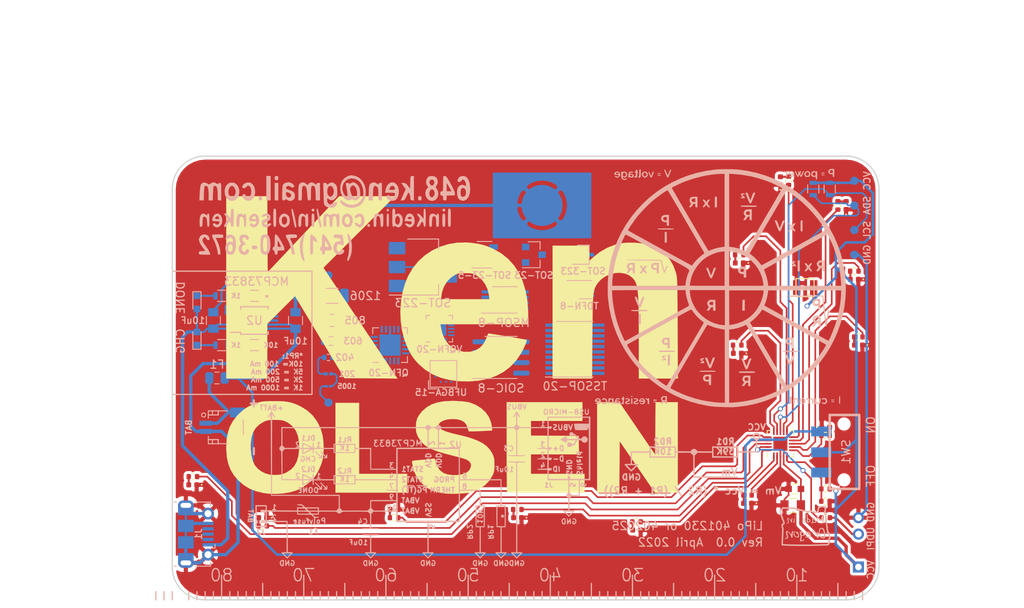
<source format=kicad_pcb>
(kicad_pcb (version 20171130) (host pcbnew "(5.1.10)-1")
  (title_block (title "LiPo badge") (date 2022-05-13) (rev 0.0) (company www.MakersBox.us) (comment 1 648.ken@gmail.com))
  (layers (0 F.Cu signal) (31 B.Cu signal) (34 B.Paste user) (35 F.Paste user) (36 B.SilkS user hide) (37 F.SilkS user) (38 B.Mask user) (39 F.Mask user) (44 Edge.Cuts user))
  (net 0 "")
  (net 1 GND)
  (net 2 VCC)
  (net 3 /UPDI)
  (net 4 "Net-(D6-Pad2)")
  (net 5 "Net-(D7-Pad2)")
  (net 6 /D0)
  (net 7 /D7)
  (net 8 /D16)
  (net 9 /D15)
  (net 10 VBUS)
  (net 11 "Net-(J3-Pad3)")
  (net 12 +BATT)
  (net 13 /D6)
  (net 14 /D14)
  (net 15 /D10)
  (net 16 /D11)
  (net 17 /D12)
  (net 18 /D13)
  (net 19 "Net-(D10-Pad2)")
  (net 20 "Net-(D11-Pad2)")
  (net 21 "Net-(D12-Pad2)")
  (net 22 "Net-(D13-Pad2)")
  (net 23 "Net-(D14-Pad2)")
  (net 24 /D5)
  (net 25 "Net-(D15-Pad2)")
  (net 26 "Net-(DL1-Pad1)")
  (net 27 "Net-(DL2-Pad1)")
  (net 28 "Net-(RL1-Pad1)")
  (net 29 "Net-(RL2-Pad1)")
  (net 30 "Net-(RP1-Pad1)")
  (net 31 "Net-(RP2-Pad1)")
  (net 32 "Net-(D16-Pad2)")
  (net 33 /D1)
  (net 34 /D2)
  (net 35 /D3)
  (net 36 /D4)
  (net 37 "Net-(D1-Pad2)")
  (net 38 "Net-(D4-Pad2)")
  (net 39 "Net-(R17-Pad1)")
  (net 40 "Net-(R17-Pad2)")
  (net 41 "Net-(R21-Pad2)")
  (net 42 "Net-(R19-Pad1)")
  (net 43 "Net-(R8-Pad1)")
  (net 44 "Net-(Q3-Pad2)")
  (net 45 "Net-(U3-Pad21)")
  (net 46 "Net-(U4-PadD2)")
  (net 47 "Net-(U5-Pad21)")
  (net 48 "Net-(U8-Pad1)")
  (net 49 "Net-(U8-Pad4)")
  (net 50 "Net-(U8-Pad6)")
  (net 51 "Net-(F1-Pad2)")
  (net 52 "Net-(D2-Pad2)")
  (net 53 "Net-(D3-Pad2)")
  (net 54 "Net-(R22-Pad2)")
  (net 55 "Net-(R33-Pad1)")
  (net 56 /SCL)
  (net 57 /SDA)
  (module footprints:UDPI_header (layer B.Cu) (at 190.774 116.219)
    (fp_text reference J3 hide)
    (fp_text value UDPI hide)
    (pad 4 thru_hole oval (at 0 -6) (size 1.35 1.35) (drill 0.8) (layers *.Cu *.Mask) (net 1 GND))
    (pad 3 thru_hole oval (at 0 -4) (size 1.35 1.35) (drill 0.8) (layers *.Cu *.Mask) (net 11 "Net-(J3-Pad3)"))
    (pad 1 thru_hole rect (at 0 0) (size 1.35 1.35) (drill 0.8) (layers *.Cu *.Mask) (net 2 VCC))
  )
  (module Resistor_SMD:R_0402_1005Metric (layer F.Cu) (at 118.274 111.219 180)
    (fp_text reference R12 hide)
    (fp_text value 100)
    (pad 2 smd roundrect (at 0.51 0 180) (size 0.54 0.64) (layers F.Cu F.Paste F.Mask) (net 21 "Net-(D12-Pad2)"))
    (pad 1 smd roundrect (at -0.51 0 180) (size 0.54 0.64) (layers F.Cu F.Paste F.Mask) (net 17 /D12))
  )
  (module LED_SMD:LED_0402_1005Metric (layer F.Cu) (at 118.274 110.219 180)
    (fp_text reference D12 hide)
    (fp_text value LED)
    (pad 1 smd roundrect (at -0.485 0 180) (size 0.59 0.64) (layers F.Cu F.Paste F.Mask) (net 1 GND))
    (pad 2 smd roundrect (at 0.485 0 180) (size 0.59 0.64) (layers F.Cu F.Paste F.Mask) (net 21 "Net-(D12-Pad2)"))
  )
  (module footprints:Pin_holder_SMD (layer F.Cu) (at 152.274 72.219)
    (fp_text reference J4 hide)
    (fp_text value Pin hide)
    (pad 1 smd circle (at 0 0) (size 5 5) (layers B.Cu B.Paste B.Mask) (net 1 GND))
  )
  (module LED_SMD:LED_0402_1005Metric (layer F.Cu) (at 181.274 69.219 90)
    (fp_text reference D6 hide)
    (fp_text value LED)
    (pad 2 smd roundrect (at 0.485 0 90) (size 0.59 0.64) (layers F.Cu F.Paste F.Mask) (net 4 "Net-(D6-Pad2)"))
    (pad 1 smd roundrect (at -0.485 0 90) (size 0.59 0.64) (layers F.Cu F.Paste F.Mask) (net 1 GND))
  )
  (module Fuse:Fuse_0805_2012Metric (layer B.Cu) (at 112.7115 93.219 180)
    (fp_text reference F1 (at 0 1.65) (layer B.SilkS) (effects (justify mirror)))
    (fp_text value Polyfuse)
    (pad 1 smd roundrect (at -0.9375 0 180) (size 0.975 1.4) (layers B.Cu B.Paste B.Mask) (net 12 +BATT))
    (pad 2 smd roundrect (at 0.9375 0 180) (size 0.975 1.4) (layers B.Cu B.Paste B.Mask) (net 51 "Net-(F1-Pad2)"))
  )
  (module footprints:MSOP-10_3x3mm_Pitch0.5mm (layer B.Cu) (at 117.274 86.219)
    (fp_text reference U2 (at 0 0) (layer B.SilkS) (effects (justify mirror)))
    (fp_text value MCP73833 (at 0.25 -4.75) (layer B.SilkS) (effects (justify mirror)))
    (pad 10 smd rect (at 2.2 1) (size 1.4 0.3) (layers B.Cu B.Paste B.Mask) (net 12 +BATT))
    (pad 9 smd rect (at 2.2 0.5) (size 1.4 0.3) (layers B.Cu B.Paste B.Mask) (net 12 +BATT))
    (pad 8 smd rect (at 2.2 0) (size 1.4 0.3) (layers B.Cu B.Paste B.Mask) (net 31 "Net-(RP2-Pad1)"))
    (pad 7 smd rect (at 2.2 -0.5) (size 1.4 0.3) (layers B.Cu B.Paste B.Mask))
    (pad 6 smd rect (at 2.2 -1) (size 1.4 0.3) (layers B.Cu B.Paste B.Mask) (net 30 "Net-(RP1-Pad1)"))
    (pad 5 smd rect (at -2.2 -1) (size 1.4 0.3) (layers B.Cu B.Paste B.Mask) (net 1 GND))
    (pad 4 smd rect (at -2.2 -0.5) (size 1.4 0.3) (layers B.Cu B.Paste B.Mask) (net 29 "Net-(RL2-Pad1)"))
    (pad 3 smd rect (at -2.2 0) (size 1.4 0.3) (layers B.Cu B.Paste B.Mask) (net 28 "Net-(RL1-Pad1)"))
    (pad 2 smd rect (at -2.2 0.5) (size 1.4 0.3) (layers B.Cu B.Paste B.Mask) (net 10 VBUS))
    (pad 1 smd rect (at -2.2 1) (size 1.4 0.3) (layers B.Cu B.Paste B.Mask) (net 10 VBUS))
  )
  (module LED_SMD:LED_0402_1005Metric (layer F.Cu) (at 190.274 81.219 180)
    (fp_text reference D3 hide)
    (fp_text value LED)
    (pad 2 smd roundrect (at 0.485 0 180) (size 0.59 0.64) (layers F.Cu F.Paste F.Mask) (net 53 "Net-(D3-Pad2)"))
    (pad 1 smd roundrect (at -0.485 0 180) (size 0.59 0.64) (layers F.Cu F.Paste F.Mask) (net 1 GND))
  )
  (module footprints:WS2812B-2020 (layer F.Cu) (at 184.274 82.219)
    (fp_text reference D5 hide)
    (fp_text value WS2812B)
    (pad 3 smd rect (at -1.015 -0.55) (size 0.9 0.7) (layers F.Cu F.Paste F.Mask) (net 1 GND))
    (pad 4 smd rect (at -1.015 0.55) (size 0.9 0.7) (layers F.Cu F.Paste F.Mask) (net 24 /D5))
    (pad 2 smd rect (at 1.05 -0.55) (size 0.9 0.7) (layers F.Cu F.Paste F.Mask))
    (pad 1 smd rect (at 1.05 0.55) (size 0.9 0.7) (layers F.Cu F.Paste F.Mask) (net 2 VCC))
  )
  (module footprints:SPST_SMD (layer B.Cu) (at 186.274 102.219 270)
    (fp_text reference SW1 (at 0 -3 270) (layer B.SilkS) (effects (justify mirror)))
    (fp_text value SW_SPST)
    (pad "" np_thru_hole circle (at 3.4 -2.75 270) (size 0.9 0.9) (drill 0.9) (layers *.Cu *.Mask))
    (pad 1 smd rect (at -2.5 0 270) (size 1.2 2.5) (layers B.Cu B.Paste B.Mask) (net 12 +BATT))
    (pad 2 smd rect (at 0.04 0 270) (size 1.2 2.5) (layers B.Cu B.Paste B.Mask) (net 2 VCC))
    (pad 3 smd rect (at 2.5 0 270) (size 1.2 2.5) (layers B.Cu B.Paste B.Mask))
    (pad "" np_thru_hole circle (at -3.4 -2.75 270) (size 0.9 0.9) (drill 0.9) (layers *.Cu *.Mask))
  )
  (module footprints:C_0805 (layer B.Cu) (at 112.274 86.219 90)
    (fp_text reference C3 hide)
    (fp_text value 10uF (at 0 -2.5) (layer B.SilkS) (effects (font (size 0.8 0.8)) (justify mirror)))
    (pad 1 smd rect (at -1 0 90) (size 1 1.25) (layers B.Cu B.Paste B.Mask) (net 10 VBUS))
    (pad 2 smd rect (at 1 0 90) (size 1 1.25) (layers B.Cu B.Paste B.Mask) (net 1 GND))
  )
  (module footprints:C_0805 (layer B.Cu) (at 122.274 86.219 90)
    (fp_text reference C4 hide)
    (fp_text value 10uF (at -2.5 0) (layer B.SilkS) (effects (font (size 0.8 0.8)) (justify mirror)))
    (pad 2 smd rect (at 1 0 90) (size 1 1.25) (layers B.Cu B.Paste B.Mask) (net 1 GND))
    (pad 1 smd rect (at -1 0 90) (size 1 1.25) (layers B.Cu B.Paste B.Mask) (net 12 +BATT))
  )
  (module footprints:USB_Micro-B_Molex-105017-0001 (layer B.Cu) (at 109.274 112.219 90)
    (fp_text reference J1 (at 0 1.2 270) (layer B.SilkS) (effects (font (size 0.8 0.8)) (justify mirror)))
    (fp_text value USB-MICRO)
    (pad 6 smd rect (at 1 -0.35 90) (size 1.5 1.9) (layers B.Cu B.Paste B.Mask) (net 1 GND))
    (pad 6 thru_hole circle (at -2.5 2.35 90) (size 1.45 1.45) (drill 0.85) (layers *.Cu *.Mask) (net 1 GND))
    (pad 2 smd rect (at -0.65 2.35 90) (size 0.4 1.35) (layers B.Cu B.Paste B.Mask))
    (pad 1 smd rect (at -1.3 2.35 90) (size 0.4 1.35) (layers B.Cu B.Paste B.Mask) (net 10 VBUS))
    (pad 5 smd rect (at 1.3 2.35 90) (size 0.4 1.35) (layers B.Cu B.Paste B.Mask) (net 1 GND))
    (pad 4 smd rect (at 0.65 2.35 90) (size 0.4 1.35) (layers B.Cu B.Paste B.Mask))
    (pad 3 smd rect (at 0 2.35 90) (size 0.4 1.35) (layers B.Cu B.Paste B.Mask))
    (pad 6 thru_hole circle (at 2.5 2.35 90) (size 1.45 1.45) (drill 0.85) (layers *.Cu *.Mask) (net 1 GND))
    (pad 6 smd rect (at -1 -0.35 90) (size 1.5 1.9) (layers B.Cu B.Paste B.Mask) (net 1 GND))
    (pad 6 thru_hole oval (at -3.5 -0.35 270) (size 1.2 1.9) (drill oval 0.6 1.3) (layers *.Cu *.Mask) (net 1 GND))
    (pad 6 thru_hole oval (at 3.5 -0.35 90) (size 1.2 1.9) (drill oval 0.6 1.3) (layers *.Cu *.Mask) (net 1 GND))
    (pad 6 smd rect (at 2.9 -0.35 90) (size 1.2 1.9) (layers B.Cu B.Mask) (net 1 GND))
    (pad 6 smd rect (at -2.9 -0.35 90) (size 1.2 1.9) (layers B.Cu B.Mask) (net 1 GND))
  )
  (module Package_DFN_QFN:VQFN-20-1EP_3x3mm_P0.4mm_EP1.7x1.7mm (layer F.Cu) (at 181.274 101.219 90)
    (fp_text reference U1 hide)
    (fp_text value ATtiny826)
    (pad 1 smd custom (at -1.45 -0.8 90) (size 0.143431 0.143431) (layers F.Cu F.Paste F.Mask) (net 9 /D15) (options (clearance outline) (anchor circle)) (primitives (gr_poly (pts (xy -0.35 -0.05) (xy 0.299289 -0.05) (xy 0.35 0.000711) (xy 0.35 0.05) (xy -0.35 0.05)) (width 0.1))))
    (pad 2 smd roundrect (at -1.45 -0.4 90) (size 0.8 0.2) (layers F.Cu F.Paste F.Mask) (net 8 /D16))
    (pad 3 smd roundrect (at -1.45 0 90) (size 0.8 0.2) (layers F.Cu F.Paste F.Mask) (net 1 GND))
    (pad 4 smd roundrect (at -1.45 0.4 90) (size 0.8 0.2) (layers F.Cu F.Paste F.Mask) (net 2 VCC))
    (pad 5 smd custom (at -1.45 0.8 90) (size 0.143431 0.143431) (layers F.Cu F.Paste F.Mask) (net 6 /D0) (options (clearance outline) (anchor circle)) (primitives (gr_poly (pts (xy -0.35 -0.05) (xy 0.35 -0.05) (xy 0.35 -0.000711) (xy 0.299289 0.05) (xy -0.35 0.05)) (width 0.1))))
    (pad 6 smd custom (at -0.8 1.45 90) (size 0.143431 0.143431) (layers F.Cu F.Paste F.Mask) (net 33 /D1) (options (clearance outline) (anchor circle)) (primitives (gr_poly (pts (xy -0.05 -0.299289) (xy 0.000711 -0.35) (xy 0.05 -0.35) (xy 0.05 0.35) (xy -0.05 0.35)) (width 0.1))))
    (pad 7 smd roundrect (at -0.4 1.45 90) (size 0.2 0.8) (layers F.Cu F.Paste F.Mask) (net 34 /D2))
    (pad 8 smd roundrect (at 0 1.45 90) (size 0.2 0.8) (layers F.Cu F.Paste F.Mask) (net 35 /D3))
    (pad 9 smd roundrect (at 0.4 1.45 90) (size 0.2 0.8) (layers F.Cu F.Paste F.Mask) (net 36 /D4))
    (pad 10 smd custom (at 0.8 1.45 90) (size 0.143431 0.143431) (layers F.Cu F.Paste F.Mask) (net 24 /D5) (options (clearance outline) (anchor circle)) (primitives (gr_poly (pts (xy -0.05 -0.35) (xy -0.000711 -0.35) (xy 0.05 -0.299289) (xy 0.05 0.35) (xy -0.05 0.35)) (width 0.1))))
    (pad 11 smd custom (at 1.45 0.8 90) (size 0.143431 0.143431) (layers F.Cu F.Paste F.Mask) (net 13 /D6) (options (clearance outline) (anchor circle)) (primitives (gr_poly (pts (xy -0.35 -0.05) (xy 0.35 -0.05) (xy 0.35 0.05) (xy -0.299289 0.05) (xy -0.35 -0.000711)) (width 0.1))))
    (pad 12 smd roundrect (at 1.45 0.4 90) (size 0.8 0.2) (layers F.Cu F.Paste F.Mask) (net 7 /D7))
    (pad 13 smd roundrect (at 1.45 0 90) (size 0.8 0.2) (layers F.Cu F.Paste F.Mask) (net 57 /SDA))
    (pad 14 smd roundrect (at 1.45 -0.4 90) (size 0.8 0.2) (layers F.Cu F.Paste F.Mask) (net 56 /SCL))
    (pad 15 smd custom (at 1.45 -0.8 90) (size 0.143431 0.143431) (layers F.Cu F.Paste F.Mask) (net 15 /D10) (options (clearance outline) (anchor circle)) (primitives (gr_poly (pts (xy -0.35 0.000711) (xy -0.299289 -0.05) (xy 0.35 -0.05) (xy 0.35 0.05) (xy -0.35 0.05)) (width 0.1))))
    (pad 16 smd custom (at 0.8 -1.45 90) (size 0.143431 0.143431) (layers F.Cu F.Paste F.Mask) (net 16 /D11) (options (clearance outline) (anchor circle)) (primitives (gr_poly (pts (xy -0.05 -0.35) (xy 0.05 -0.35) (xy 0.05 0.299289) (xy -0.000711 0.35) (xy -0.05 0.35)) (width 0.1))))
    (pad 17 smd roundrect (at 0.4 -1.45 90) (size 0.2 0.8) (layers F.Cu F.Paste F.Mask) (net 17 /D12))
    (pad 18 smd roundrect (at 0 -1.45 90) (size 0.2 0.8) (layers F.Cu F.Paste F.Mask) (net 18 /D13))
    (pad 19 smd roundrect (at -0.4 -1.45 90) (size 0.2 0.8) (layers F.Cu F.Paste F.Mask) (net 3 /UPDI))
    (pad 20 smd custom (at -0.8 -1.45 90) (size 0.143431 0.143431) (layers F.Cu F.Paste F.Mask) (net 14 /D14) (options (clearance outline) (anchor circle)) (primitives (gr_poly (pts (xy -0.05 -0.35) (xy 0.05 -0.35) (xy 0.05 0.35) (xy 0.000711 0.35) (xy -0.05 0.299289)) (width 0.1))))
    (pad 21 smd rect (at 0 0 90) (size 1.7 1.7) (layers F.Cu F.Mask) (net 1 GND))
  )
  (module footprints:C_0805 (layer F.Cu) (at 182.774 108.719 180)
    (fp_text reference C1 hide)
    (fp_text value 10uF)
    (pad 1 smd rect (at -1 0 180) (size 1 1.25) (layers F.Cu F.Paste F.Mask) (net 2 VCC))
    (pad 2 smd rect (at 1 0 180) (size 1 1.25) (layers F.Cu F.Paste F.Mask) (net 1 GND))
  )
  (module footprints:C_0603 (layer F.Cu) (at 183.024 106.719 180)
    (fp_text reference C2 hide)
    (fp_text value 0.1uF)
    (pad 2 smd rect (at 0.75 0 180) (size 0.8 0.75) (layers F.Cu F.Paste F.Mask) (net 1 GND))
    (pad 1 smd rect (at -0.75 0 180) (size 0.8 0.75) (layers F.Cu F.Paste F.Mask) (net 2 VCC))
  )
  (module footprints:LED_0603 (layer B.Cu) (at 110.274 88.419 90)
    (fp_text reference DL1 hide)
    (fp_text value CHG (at -0.3 -2 270) (layer B.SilkS) (effects (justify mirror)))
    (pad 1 smd rect (at -0.8 0 270) (size 0.8 0.8) (layers B.Cu B.Paste B.Mask) (net 26 "Net-(DL1-Pad1)"))
    (pad 2 smd rect (at 0.8 0 270) (size 0.8 0.8) (layers B.Cu B.Paste B.Mask) (net 10 VBUS))
  )
  (module footprints:LED_0603 (layer B.Cu) (at 110.274 84.019 270)
    (fp_text reference DL2 hide)
    (fp_text value DONE (at -0.55 2 270) (layer B.SilkS) (effects (justify mirror)))
    (pad 1 smd rect (at -0.8 0 90) (size 0.8 0.8) (layers B.Cu B.Paste B.Mask) (net 27 "Net-(DL2-Pad1)"))
    (pad 2 smd rect (at 0.8 0 90) (size 0.8 0.8) (layers B.Cu B.Paste B.Mask) (net 10 VBUS))
  )
  (module footprints:R_0603 (layer B.Cu) (at 113.274 89.219 180)
    (fp_text reference RL1 hide)
    (fp_text value 1K (at -1.75 0) (layer B.SilkS) (effects (font (size 0.6 0.6)) (justify mirror)))
    (pad 2 smd rect (at 0.75 0 180) (size 0.5 0.9) (layers B.Cu B.Paste B.Mask) (net 26 "Net-(DL1-Pad1)"))
    (pad 1 smd rect (at -0.75 0 180) (size 0.5 0.9) (layers B.Cu B.Paste B.Mask) (net 28 "Net-(RL1-Pad1)"))
  )
  (module footprints:R_0603 (layer B.Cu) (at 113.274 83.219 180)
    (fp_text reference RL2 hide)
    (fp_text value 1K (at -1.75 0) (layer B.SilkS) (effects (font (size 0.6 0.6)) (justify mirror)))
    (pad 1 smd rect (at -0.75 0 180) (size 0.5 0.9) (layers B.Cu B.Paste B.Mask) (net 29 "Net-(RL2-Pad1)"))
    (pad 2 smd rect (at 0.75 0 180) (size 0.5 0.9) (layers B.Cu B.Paste B.Mask) (net 27 "Net-(DL2-Pad1)"))
  )
  (module footprints:R_0603 (layer B.Cu) (at 117.274 83.219 180)
    (fp_text reference RP1 hide)
    (fp_text value * (at -1.5 -0.25 180) (layer B.SilkS) (effects (font (size 0.6 0.6)) (justify mirror)))
    (pad 2 smd rect (at 0.75 0 180) (size 0.5 0.9) (layers B.Cu B.Paste B.Mask) (net 1 GND))
    (pad 1 smd rect (at -0.75 0 180) (size 0.5 0.9) (layers B.Cu B.Paste B.Mask) (net 30 "Net-(RP1-Pad1)"))
  )
  (module footprints:R_0603 (layer B.Cu) (at 117.274 89.219 180)
    (fp_text reference RP2 hide)
    (fp_text value 10K (at -2 0 180) (layer B.SilkS) (effects (font (size 0.6 0.6)) (justify mirror)))
    (pad 1 smd rect (at -0.75 0 180) (size 0.5 0.9) (layers B.Cu B.Paste B.Mask) (net 31 "Net-(RP2-Pad1)"))
    (pad 2 smd rect (at 0.75 0 180) (size 0.5 0.9) (layers B.Cu B.Paste B.Mask) (net 1 GND))
  )
  (module footprints:JST_SH_SM02B-SRSS-TB_02x1.00mm_Angled (layer B.Cu) (at 113.274 99.219 270)
    (fp_text reference J2 hide)
    (fp_text value BAT (at 0 4 270) (layer B.SilkS) (effects (font (size 0.7 0.7)) (justify mirror)))
    (pad 1 smd rect (at -0.5 1.9375 270) (size 0.6 1.55) (layers B.Cu B.Paste B.Mask) (net 51 "Net-(F1-Pad2)"))
    (pad 2 smd rect (at 0.5 1.9375 270) (size 0.6 1.55) (layers B.Cu B.Paste B.Mask) (net 1 GND))
    (pad 1 smd rect (at -1.8 -1.9375 270) (size 1.2 1.8) (layers B.Cu B.Paste B.Mask) (net 51 "Net-(F1-Pad2)"))
    (pad 2 smd rect (at 1.8 -1.9375 270) (size 1.2 1.8) (layers B.Cu B.Paste B.Mask) (net 1 GND))
  )
  (module LED_SMD:LED_0402_1005Metric (layer F.Cu) (at 190.774 89.219 180)
    (fp_text reference D2 hide)
    (fp_text value LED)
    (pad 1 smd roundrect (at -0.485 0 180) (size 0.59 0.64) (layers F.Cu F.Paste F.Mask) (net 1 GND))
    (pad 2 smd roundrect (at 0.485 0 180) (size 0.59 0.64) (layers F.Cu F.Paste F.Mask) (net 52 "Net-(D2-Pad2)"))
  )
  (module LED_SMD:LED_0402_1005Metric (layer F.Cu) (at 189.274 72.219 90)
    (fp_text reference D4 hide)
    (fp_text value LED)
    (pad 1 smd roundrect (at -0.485 0 90) (size 0.59 0.64) (layers F.Cu F.Paste F.Mask) (net 1 GND))
    (pad 2 smd roundrect (at 0.485 0 90) (size 0.59 0.64) (layers F.Cu F.Paste F.Mask) (net 38 "Net-(D4-Pad2)"))
  )
  (module LED_SMD:LED_0402_1005Metric (layer F.Cu) (at 176.274 79.219 180)
    (fp_text reference D7 hide)
    (fp_text value LED)
    (pad 2 smd roundrect (at 0.485 0 180) (size 0.59 0.64) (layers F.Cu F.Paste F.Mask) (net 5 "Net-(D7-Pad2)"))
    (pad 1 smd roundrect (at -0.485 0 180) (size 0.59 0.64) (layers F.Cu F.Paste F.Mask) (net 1 GND))
  )
  (module LED_SMD:LED_0402_1005Metric (layer F.Cu) (at 176.039 90.219 180)
    (fp_text reference D10 hide)
    (fp_text value LED)
    (pad 1 smd roundrect (at -0.485 0 180) (size 0.59 0.64) (layers F.Cu F.Paste F.Mask) (net 1 GND))
    (pad 2 smd roundrect (at 0.485 0 180) (size 0.59 0.64) (layers F.Cu F.Paste F.Mask) (net 19 "Net-(D10-Pad2)"))
  )
  (module LED_SMD:LED_0402_1005Metric (layer F.Cu) (at 134.274 109.219 180)
    (fp_text reference D11 hide)
    (fp_text value LED)
    (pad 1 smd roundrect (at -0.485 0 180) (size 0.59 0.64) (layers F.Cu F.Paste F.Mask) (net 1 GND))
    (pad 2 smd roundrect (at 0.485 0 180) (size 0.59 0.64) (layers F.Cu F.Paste F.Mask) (net 20 "Net-(D11-Pad2)"))
  )
  (module LED_SMD:LED_0402_1005Metric (layer F.Cu) (at 109.759 106.219 180)
    (fp_text reference D13 hide)
    (fp_text value LED)
    (pad 2 smd roundrect (at 0.485 0 180) (size 0.59 0.64) (layers F.Cu F.Paste F.Mask) (net 22 "Net-(D13-Pad2)"))
    (pad 1 smd roundrect (at -0.485 0 180) (size 0.59 0.64) (layers F.Cu F.Paste F.Mask) (net 1 GND))
  )
  (module LED_SMD:LED_0402_1005Metric (layer F.Cu) (at 149.289 110.219 180)
    (fp_text reference D14 hide)
    (fp_text value LED)
    (pad 1 smd roundrect (at -0.485 0 180) (size 0.59 0.64) (layers F.Cu F.Paste F.Mask) (net 1 GND))
    (pad 2 smd roundrect (at 0.485 0 180) (size 0.59 0.64) (layers F.Cu F.Paste F.Mask) (net 23 "Net-(D14-Pad2)"))
  )
  (module LED_SMD:LED_0402_1005Metric (layer F.Cu) (at 163.789 111.719 180)
    (fp_text reference D15 hide)
    (fp_text value LED)
    (pad 2 smd roundrect (at 0.485 0 180) (size 0.59 0.64) (layers F.Cu F.Paste F.Mask) (net 25 "Net-(D15-Pad2)"))
    (pad 1 smd roundrect (at -0.485 0 180) (size 0.59 0.64) (layers F.Cu F.Paste F.Mask) (net 1 GND))
  )
  (module LED_SMD:LED_0402_1005Metric (layer F.Cu) (at 177.274 108.469 180)
    (fp_text reference D16 hide)
    (fp_text value LED)
    (pad 2 smd roundrect (at 0.485 0 180) (size 0.59 0.64) (layers F.Cu F.Paste F.Mask) (net 32 "Net-(D16-Pad2)"))
    (pad 1 smd roundrect (at -0.485 0 180) (size 0.59 0.64) (layers F.Cu F.Paste F.Mask) (net 1 GND))
  )
  (module Resistor_SMD:R_0402_1005Metric (layer F.Cu) (at 190.764 88.219 180)
    (fp_text reference R2 hide)
    (fp_text value 100)
    (pad 2 smd roundrect (at 0.51 0 180) (size 0.54 0.64) (layers F.Cu F.Paste F.Mask) (net 52 "Net-(D2-Pad2)"))
    (pad 1 smd roundrect (at -0.51 0 180) (size 0.54 0.64) (layers F.Cu F.Paste F.Mask) (net 34 /D2))
  )
  (module Resistor_SMD:R_0402_1005Metric (layer F.Cu) (at 190.274 80.219 180)
    (fp_text reference R3 hide)
    (fp_text value 100)
    (pad 1 smd roundrect (at -0.51 0 180) (size 0.54 0.64) (layers F.Cu F.Paste F.Mask) (net 35 /D3))
    (pad 2 smd roundrect (at 0.51 0 180) (size 0.54 0.64) (layers F.Cu F.Paste F.Mask) (net 53 "Net-(D3-Pad2)"))
  )
  (module Resistor_SMD:R_0402_1005Metric (layer F.Cu) (at 188.274 72.219 90)
    (fp_text reference R4 hide)
    (fp_text value 100)
    (pad 2 smd roundrect (at 0.51 0 90) (size 0.54 0.64) (layers F.Cu F.Paste F.Mask) (net 38 "Net-(D4-Pad2)"))
    (pad 1 smd roundrect (at -0.51 0 90) (size 0.54 0.64) (layers F.Cu F.Paste F.Mask) (net 36 /D4))
  )
  (module Resistor_SMD:R_0402_1005Metric (layer F.Cu) (at 182.274 69.219 90)
    (fp_text reference R6 hide)
    (fp_text value 100)
    (pad 1 smd roundrect (at -0.51 0 90) (size 0.54 0.64) (layers F.Cu F.Paste F.Mask) (net 13 /D6))
    (pad 2 smd roundrect (at 0.51 0 90) (size 0.54 0.64) (layers F.Cu F.Paste F.Mask) (net 4 "Net-(D6-Pad2)"))
  )
  (module Resistor_SMD:R_0402_1005Metric (layer F.Cu) (at 176.274 78.219 180)
    (fp_text reference R7 hide)
    (fp_text value 100)
    (pad 1 smd roundrect (at -0.51 0 180) (size 0.54 0.64) (layers F.Cu F.Paste F.Mask) (net 7 /D7))
    (pad 2 smd roundrect (at 0.51 0 180) (size 0.54 0.64) (layers F.Cu F.Paste F.Mask) (net 5 "Net-(D7-Pad2)"))
  )
  (module Resistor_SMD:R_0402_1005Metric (layer F.Cu) (at 176.024 89.219 180)
    (fp_text reference R10 hide)
    (fp_text value 100)
    (pad 2 smd roundrect (at 0.51 0 180) (size 0.54 0.64) (layers F.Cu F.Paste F.Mask) (net 19 "Net-(D10-Pad2)"))
    (pad 1 smd roundrect (at -0.51 0 180) (size 0.54 0.64) (layers F.Cu F.Paste F.Mask) (net 15 /D10))
  )
  (module Resistor_SMD:R_0402_1005Metric (layer F.Cu) (at 134.264 110.219 180)
    (fp_text reference R11 hide)
    (fp_text value 100)
    (pad 2 smd roundrect (at 0.51 0 180) (size 0.54 0.64) (layers F.Cu F.Paste F.Mask) (net 20 "Net-(D11-Pad2)"))
    (pad 1 smd roundrect (at -0.51 0 180) (size 0.54 0.64) (layers F.Cu F.Paste F.Mask) (net 16 /D11))
  )
  (module Resistor_SMD:R_0402_1005Metric (layer F.Cu) (at 109.784 105.219 180)
    (fp_text reference R13 hide)
    (fp_text value 100)
    (pad 1 smd roundrect (at -0.51 0 180) (size 0.54 0.64) (layers F.Cu F.Paste F.Mask) (net 18 /D13))
    (pad 2 smd roundrect (at 0.51 0 180) (size 0.54 0.64) (layers F.Cu F.Paste F.Mask) (net 22 "Net-(D13-Pad2)"))
  )
  (module Resistor_SMD:R_0402_1005Metric (layer F.Cu) (at 149.264 109.219 180)
    (fp_text reference R14 hide)
    (fp_text value 100)
    (pad 2 smd roundrect (at 0.51 0 180) (size 0.54 0.64) (layers F.Cu F.Paste F.Mask) (net 23 "Net-(D14-Pad2)"))
    (pad 1 smd roundrect (at -0.51 0 180) (size 0.54 0.64) (layers F.Cu F.Paste F.Mask) (net 14 /D14))
  )
  (module Resistor_SMD:R_0402_1005Metric (layer F.Cu) (at 163.764 110.719 180)
    (fp_text reference R15 hide)
    (fp_text value 100)
    (pad 1 smd roundrect (at -0.51 0 180) (size 0.54 0.64) (layers F.Cu F.Paste F.Mask) (net 9 /D15))
    (pad 2 smd roundrect (at 0.51 0 180) (size 0.54 0.64) (layers F.Cu F.Paste F.Mask) (net 25 "Net-(D15-Pad2)"))
  )
  (module Resistor_SMD:R_0402_1005Metric (layer F.Cu) (at 177.274 107.469 180)
    (fp_text reference R16 hide)
    (fp_text value 100)
    (pad 2 smd roundrect (at 0.51 0 180) (size 0.54 0.64) (layers F.Cu F.Paste F.Mask) (net 32 "Net-(D16-Pad2)"))
    (pad 1 smd roundrect (at -0.51 0 180) (size 0.54 0.64) (layers F.Cu F.Paste F.Mask) (net 8 /D16))
  )
  (module Resistor_SMD:R_0402_1005Metric (layer F.Cu) (at 186.774 106.719 180)
    (fp_text reference RD1 hide)
    (fp_text value 39K)
    (pad 1 smd roundrect (at -0.51 0 180) (size 0.54 0.64) (layers F.Cu F.Paste F.Mask) (net 2 VCC))
    (pad 2 smd roundrect (at 0.51 0 180) (size 0.54 0.64) (layers F.Cu F.Paste F.Mask) (net 6 /D0))
  )
  (module Resistor_SMD:R_0402_1005Metric (layer F.Cu) (at 186.784 110.219)
    (fp_text reference RP3 hide)
    (fp_text value 100)
    (pad 1 smd roundrect (at -0.51 0) (size 0.54 0.64) (layers F.Cu F.Paste F.Mask) (net 3 /UPDI))
    (pad 2 smd roundrect (at 0.51 0) (size 0.54 0.64) (layers F.Cu F.Paste F.Mask) (net 11 "Net-(J3-Pad3)"))
  )
  (module footprints:R_0402 (layer B.Cu) (at 126.274 90.719)
    (fp_text reference R19 hide)
    (fp_text value 402 (at 2 0) (layer B.SilkS) (effects (font (size 0.8 0.8)) (justify mirror)))
    (pad 1 smd roundrect (at -0.51 0) (size 0.54 0.64) (layers B.Cu B.Paste B.Mask) (net 42 "Net-(R19-Pad1)"))
    (pad 2 smd roundrect (at 0.51 0) (size 0.54 0.64) (layers B.Cu B.Paste B.Mask) (net 40 "Net-(R17-Pad2)"))
  )
  (module Resistor_SMD:R_0805_2012Metric (layer B.Cu) (at 126.6865 86.219)
    (fp_text reference R21 hide)
    (fp_text value 805 (at 2.8375 0) (layer B.SilkS) (effects (font (size 0.9 0.9)) (justify mirror)))
    (pad 1 smd roundrect (at -0.9125 0) (size 1.025 1.4) (layers B.Cu B.Paste B.Mask) (roundrect_rratio 0.2439004878048781) (net 39 "Net-(R17-Pad1)"))
    (pad 2 smd roundrect (at 0.9125 0) (size 1.025 1.4) (layers B.Cu B.Paste B.Mask) (roundrect_rratio 0.2439004878048781) (net 41 "Net-(R21-Pad2)"))
  )
  (module Resistor_SMD:R_0201_0603Metric (layer B.Cu) (at 126.274 92.719)
    (fp_text reference R22 hide)
    (fp_text value 201 (at 2.25 0) (layer B.SilkS) (effects (font (size 0.7 0.7)) (justify mirror)))
    (pad 1 smd roundrect (at -0.32 0) (size 0.46 0.4) (layers B.Cu B.Mask) (net 42 "Net-(R19-Pad1)"))
    (pad 2 smd roundrect (at 0.32 0) (size 0.46 0.4) (layers B.Cu B.Mask) (net 54 "Net-(R22-Pad2)"))
  )
  (module Resistor_SMD:R_1206_3216Metric (layer B.Cu) (at 126.7365 83.219)
    (fp_text reference R33 hide)
    (fp_text value 1206 (at 4.0375 0) (layer B.SilkS) (effects (justify mirror)))
    (pad 1 smd roundrect (at -1.4625 0) (size 1.125 1.75) (layers B.Cu B.Paste B.Mask) (roundrect_rratio 0.2222204444444444) (net 55 "Net-(R33-Pad1)"))
    (pad 2 smd roundrect (at 1.4625 0) (size 1.125 1.75) (layers B.Cu B.Paste B.Mask) (roundrect_rratio 0.2222204444444444) (net 41 "Net-(R21-Pad2)"))
  )
  (module Resistor_SMD:R_01005_0402Metric (layer B.Cu) (at 126.274 94.219)
    (fp_text reference R8 hide)
    (fp_text value 1005 (at 2.25 0) (layer B.SilkS) (effects (font (size 0.6 0.6)) (justify mirror)))
    (pad 1 smd roundrect (at -0.25 0) (size 0.4 0.3) (layers B.Cu B.Mask) (net 43 "Net-(R8-Pad1)"))
    (pad 2 smd roundrect (at 0.25 0) (size 0.4 0.3) (layers B.Cu B.Mask) (net 54 "Net-(R22-Pad2)"))
  )
  (module Resistor_SMD:R_0603_1608Metric (layer B.Cu) (at 126.599 88.719)
    (fp_text reference R17 hide)
    (fp_text value 603 (at 2.675 0) (layer B.SilkS) (effects (font (size 0.8 0.8)) (justify mirror)))
    (pad 1 smd roundrect (at -0.825 0) (size 0.8 0.95) (layers B.Cu B.Paste B.Mask) (net 39 "Net-(R17-Pad1)"))
    (pad 2 smd roundrect (at 0.825 0) (size 0.8 0.95) (layers B.Cu B.Paste B.Mask) (net 40 "Net-(R17-Pad2)"))
  )
  (module footprints:TestPoint_Pad_D1.0mm (layer B.Cu) (at 126.274 96.219)
    (fp_text reference TP1 hide)
    (fp_text value TestPoint)
    (pad 1 smd circle (at 0 0) (size 1 1) (layers B.Cu B.Mask) (net 43 "Net-(R8-Pad1)"))
  )
  (module footprints:TestPoint_Pad_D1.0mm (layer B.Cu) (at 126.274 80.719)
    (fp_text reference TP2 hide)
    (fp_text value TestPoint)
    (pad 1 smd circle (at 0 0) (size 1 1) (layers B.Cu B.Mask) (net 55 "Net-(R33-Pad1)"))
  )
  (module Package_TO_SOT_SMD:SOT-23 (layer B.Cu) (at 151.274 78.219)
    (fp_text reference Q1 hide)
    (fp_text value SOT-23 (at 0 2.5) (layer B.SilkS) (effects (font (size 0.8 0.8)) (justify mirror)))
    (pad 1 smd rect (at -1 0.95) (size 0.9 0.8) (layers B.Cu B.Paste B.Mask))
    (pad 2 smd rect (at -1 -0.95) (size 0.9 0.8) (layers B.Cu B.Paste B.Mask))
    (pad 3 smd rect (at 1 0) (size 0.9 0.8) (layers B.Cu B.Paste B.Mask))
  )
  (module Package_TO_SOT_SMD:SOT-323_SC-70 (layer B.Cu) (at 157.274 78.219)
    (fp_text reference Q2 hide)
    (fp_text value SOT-323 (at 0 2) (layer B.SilkS) (effects (font (size 0.8 0.8)) (justify mirror)))
    (pad 1 smd rect (at -1 0.65 90) (size 0.45 0.7) (layers B.Cu B.Paste B.Mask))
    (pad 2 smd rect (at -1 -0.65 90) (size 0.45 0.7) (layers B.Cu B.Paste B.Mask))
    (pad 3 smd rect (at 1 0 90) (size 0.45 0.7) (layers B.Cu B.Paste B.Mask))
  )
  (module Package_TO_SOT_SMD:SOT-223 (layer B.Cu) (at 137.774 79.719)
    (fp_text reference Q3 hide)
    (fp_text value SOT-223 (at 0 4.375001) (layer B.SilkS) (effects (justify mirror)))
    (pad 4 smd rect (at 3.15 0) (size 2 3.8) (layers B.Cu B.Paste B.Mask) (net 44 "Net-(Q3-Pad2)"))
    (pad 2 smd rect (at -3.15 0) (size 2 1.5) (layers B.Cu B.Paste B.Mask) (net 44 "Net-(Q3-Pad2)"))
    (pad 3 smd rect (at -3.15 -2.3) (size 2 1.5) (layers B.Cu B.Paste B.Mask))
    (pad 1 smd rect (at -3.15 2.3) (size 2 1.5) (layers B.Cu B.Paste B.Mask))
  )
  (module Package_DFN_QFN:VQFN-20-1EP_3x3mm_P0.4mm_EP1.7x1.7mm (layer B.Cu) (at 139.774 87.219)
    (fp_text reference U3 hide)
    (fp_text value VQFN-20 (at 0 2.5) (layer B.SilkS) (effects (font (size 0.8 0.8)) (justify mirror)))
    (pad 1 smd custom (at -1.45 0.8) (size 0.143431 0.143431) (layers B.Cu B.Paste B.Mask) (options (clearance outline) (anchor circle)) (primitives (gr_poly (pts (xy -0.35 0.05) (xy 0.299289 0.05) (xy 0.35 -0.000711) (xy 0.35 -0.05) (xy -0.35 -0.05)) (width 0.1))))
    (pad 2 smd roundrect (at -1.45 0.4) (size 0.8 0.2) (layers B.Cu B.Paste B.Mask))
    (pad 3 smd roundrect (at -1.45 0) (size 0.8 0.2) (layers B.Cu B.Paste B.Mask) (net 45 "Net-(U3-Pad21)"))
    (pad 4 smd roundrect (at -1.45 -0.4) (size 0.8 0.2) (layers B.Cu B.Paste B.Mask))
    (pad 5 smd custom (at -1.45 -0.8) (size 0.143431 0.143431) (layers B.Cu B.Paste B.Mask) (options (clearance outline) (anchor circle)) (primitives (gr_poly (pts (xy -0.35 0.05) (xy 0.35 0.05) (xy 0.35 0.000711) (xy 0.299289 -0.05) (xy -0.35 -0.05)) (width 0.1))))
    (pad 6 smd custom (at -0.8 -1.45) (size 0.143431 0.143431) (layers B.Cu B.Paste B.Mask) (options (clearance outline) (anchor circle)) (primitives (gr_poly (pts (xy -0.05 0.299289) (xy 0.000711 0.35) (xy 0.05 0.35) (xy 0.05 -0.35) (xy -0.05 -0.35)) (width 0.1))))
    (pad 7 smd roundrect (at -0.4 -1.45) (size 0.2 0.8) (layers B.Cu B.Paste B.Mask))
    (pad 8 smd roundrect (at 0 -1.45) (size 0.2 0.8) (layers B.Cu B.Paste B.Mask))
    (pad 9 smd roundrect (at 0.4 -1.45) (size 0.2 0.8) (layers B.Cu B.Paste B.Mask))
    (pad 10 smd custom (at 0.8 -1.45) (size 0.143431 0.143431) (layers B.Cu B.Paste B.Mask) (options (clearance outline) (anchor circle)) (primitives (gr_poly (pts (xy -0.05 0.35) (xy -0.000711 0.35) (xy 0.05 0.299289) (xy 0.05 -0.35) (xy -0.05 -0.35)) (width 0.1))))
    (pad 11 smd custom (at 1.45 -0.8) (size 0.143431 0.143431) (layers B.Cu B.Paste B.Mask) (options (clearance outline) (anchor circle)) (primitives (gr_poly (pts (xy -0.35 0.05) (xy 0.35 0.05) (xy 0.35 -0.05) (xy -0.299289 -0.05) (xy -0.35 0.000711)) (width 0.1))))
    (pad 12 smd roundrect (at 1.45 -0.4) (size 0.8 0.2) (layers B.Cu B.Paste B.Mask))
    (pad 13 smd roundrect (at 1.45 0) (size 0.8 0.2) (layers B.Cu B.Paste B.Mask))
    (pad 14 smd roundrect (at 1.45 0.4) (size 0.8 0.2) (layers B.Cu B.Paste B.Mask))
    (pad 15 smd custom (at 1.45 0.8) (size 0.143431 0.143431) (layers B.Cu B.Paste B.Mask) (options (clearance outline) (anchor circle)) (primitives (gr_poly (pts (xy -0.35 -0.000711) (xy -0.299289 0.05) (xy 0.35 0.05) (xy 0.35 -0.05) (xy -0.35 -0.05)) (width 0.1))))
    (pad 16 smd custom (at 0.8 1.45) (size 0.143431 0.143431) (layers B.Cu B.Paste B.Mask) (options (clearance outline) (anchor circle)) (primitives (gr_poly (pts (xy -0.05 0.35) (xy 0.05 0.35) (xy 0.05 -0.299289) (xy -0.000711 -0.35) (xy -0.05 -0.35)) (width 0.1))))
    (pad 17 smd roundrect (at 0.4 1.45) (size 0.2 0.8) (layers B.Cu B.Paste B.Mask))
    (pad 18 smd roundrect (at 0 1.45) (size 0.2 0.8) (layers B.Cu B.Paste B.Mask))
    (pad 19 smd roundrect (at -0.4 1.45) (size 0.2 0.8) (layers B.Cu B.Paste B.Mask))
    (pad 20 smd custom (at -0.8 1.45) (size 0.143431 0.143431) (layers B.Cu B.Paste B.Mask) (options (clearance outline) (anchor circle)) (primitives (gr_poly (pts (xy -0.05 0.35) (xy 0.05 0.35) (xy 0.05 -0.35) (xy 0.000711 -0.35) (xy -0.05 -0.299289)) (width 0.1))))
    (pad 21 smd rect (at 0 0) (size 1.7 1.7) (layers B.Cu B.Mask) (net 45 "Net-(U3-Pad21)"))
  )
  (module Package_BGA:UFBGA-15_3.0x3.0mm_Layout4x4_P0.65mm (layer B.Cu) (at 140.274 92.719)
    (fp_text reference U4 hide)
    (fp_text value UFBGA-15 (at -0.3 2.25) (layer B.SilkS) (effects (font (size 0.8 0.8)) (justify mirror)))
    (pad B1 smd circle (at -0.975 0.325) (size 0.25 0.25) (layers B.Cu B.Paste B.Mask))
    (pad C1 smd circle (at -0.975 -0.325) (size 0.25 0.25) (layers B.Cu B.Paste B.Mask))
    (pad D1 smd circle (at -0.975 -0.975) (size 0.25 0.25) (layers B.Cu B.Paste B.Mask))
    (pad A2 smd circle (at -0.325 0.975) (size 0.25 0.25) (layers B.Cu B.Paste B.Mask))
    (pad B2 smd circle (at -0.325 0.325) (size 0.25 0.25) (layers B.Cu B.Paste B.Mask))
    (pad C2 smd circle (at -0.325 -0.325) (size 0.25 0.25) (layers B.Cu B.Paste B.Mask))
    (pad D2 smd circle (at -0.325 -0.975) (size 0.25 0.25) (layers B.Cu B.Paste B.Mask) (net 46 "Net-(U4-PadD2)"))
    (pad A3 smd circle (at 0.325 0.975) (size 0.25 0.25) (layers B.Cu B.Paste B.Mask))
    (pad B3 smd circle (at 0.325 0.325) (size 0.25 0.25) (layers B.Cu B.Paste B.Mask))
    (pad C3 smd circle (at 0.325 -0.325) (size 0.25 0.25) (layers B.Cu B.Paste B.Mask))
    (pad D3 smd circle (at 0.325 -0.975) (size 0.25 0.25) (layers B.Cu B.Paste B.Mask) (net 46 "Net-(U4-PadD2)"))
    (pad A4 smd circle (at 0.975 0.975) (size 0.25 0.25) (layers B.Cu B.Paste B.Mask))
    (pad B4 smd circle (at 0.975 0.325) (size 0.25 0.25) (layers B.Cu B.Paste B.Mask))
    (pad C4 smd circle (at 0.975 -0.325) (size 0.25 0.25) (layers B.Cu B.Paste B.Mask))
    (pad D4 smd circle (at 0.975 -0.975) (size 0.25 0.25) (layers B.Cu B.Paste B.Mask))
  )
  (module Package_DFN_QFN:QFN-20-1EP_4x4mm_P0.5mm_EP2.6x2.6mm (layer B.Cu) (at 133.774 89.219)
    (fp_text reference U5 hide)
    (fp_text value QFN-20 (at -0.175001 3.375001) (layer B.SilkS) (effects (font (size 0.8 0.8)) (justify mirror)))
    (pad 1 smd roundrect (at -1.925 1) (size 0.85 0.25) (layers B.Cu B.Paste B.Mask))
    (pad 2 smd roundrect (at -1.925 0.5) (size 0.85 0.25) (layers B.Cu B.Paste B.Mask))
    (pad 3 smd roundrect (at -1.925 0) (size 0.85 0.25) (layers B.Cu B.Paste B.Mask))
    (pad 4 smd roundrect (at -1.925 -0.5) (size 0.85 0.25) (layers B.Cu B.Paste B.Mask))
    (pad 5 smd roundrect (at -1.925 -1) (size 0.85 0.25) (layers B.Cu B.Paste B.Mask))
    (pad 6 smd roundrect (at -1 -1.925) (size 0.25 0.85) (layers B.Cu B.Paste B.Mask))
    (pad 7 smd roundrect (at -0.5 -1.925) (size 0.25 0.85) (layers B.Cu B.Paste B.Mask))
    (pad 8 smd roundrect (at 0 -1.925) (size 0.25 0.85) (layers B.Cu B.Paste B.Mask) (net 47 "Net-(U5-Pad21)"))
    (pad 9 smd roundrect (at 0.5 -1.925) (size 0.25 0.85) (layers B.Cu B.Paste B.Mask))
    (pad 10 smd roundrect (at 1 -1.925) (size 0.25 0.85) (layers B.Cu B.Paste B.Mask))
    (pad 11 smd roundrect (at 1.925 -1) (size 0.85 0.25) (layers B.Cu B.Paste B.Mask))
    (pad 12 smd roundrect (at 1.925 -0.5) (size 0.85 0.25) (layers B.Cu B.Paste B.Mask))
    (pad 13 smd roundrect (at 1.925 0) (size 0.85 0.25) (layers B.Cu B.Paste B.Mask))
    (pad 14 smd roundrect (at 1.925 0.5) (size 0.85 0.25) (layers B.Cu B.Paste B.Mask))
    (pad 15 smd roundrect (at 1.925 1) (size 0.85 0.25) (layers B.Cu B.Paste B.Mask))
    (pad 16 smd roundrect (at 1 1.925) (size 0.25 0.85) (layers B.Cu B.Paste B.Mask))
    (pad 17 smd roundrect (at 0.5 1.925) (size 0.25 0.85) (layers B.Cu B.Paste B.Mask))
    (pad 18 smd roundrect (at 0 1.925) (size 0.25 0.85) (layers B.Cu B.Paste B.Mask))
    (pad 19 smd roundrect (at -0.5 1.925) (size 0.25 0.85) (layers B.Cu B.Paste B.Mask))
    (pad 20 smd roundrect (at -1 1.925) (size 0.25 0.85) (layers B.Cu B.Paste B.Mask))
    (pad 21 smd rect (at 0 0) (size 2.6 2.6) (layers B.Cu B.Mask) (net 47 "Net-(U5-Pad21)"))
  )
  (module Package_SO:TSSOP-20_4.4x6.5mm_P0.65mm (layer B.Cu) (at 156.274 89.719)
    (fp_text reference U6 hide)
    (fp_text value TSSOP-20 (at 0 4.5) (layer B.SilkS) (effects (justify mirror)))
    (pad 1 smd roundrect (at -2.8625 2.925) (size 1.475 0.4) (layers B.Cu B.Paste B.Mask))
    (pad 2 smd roundrect (at -2.8625 2.275) (size 1.475 0.4) (layers B.Cu B.Paste B.Mask))
    (pad 3 smd roundrect (at -2.8625 1.625) (size 1.475 0.4) (layers B.Cu B.Paste B.Mask))
    (pad 4 smd roundrect (at -2.8625 0.975) (size 1.475 0.4) (layers B.Cu B.Paste B.Mask))
    (pad 5 smd roundrect (at -2.8625 0.325) (size 1.475 0.4) (layers B.Cu B.Paste B.Mask))
    (pad 6 smd roundrect (at -2.8625 -0.325) (size 1.475 0.4) (layers B.Cu B.Paste B.Mask))
    (pad 7 smd roundrect (at -2.8625 -0.975) (size 1.475 0.4) (layers B.Cu B.Paste B.Mask))
    (pad 8 smd roundrect (at -2.8625 -1.625) (size 1.475 0.4) (layers B.Cu B.Paste B.Mask))
    (pad 9 smd roundrect (at -2.8625 -2.275) (size 1.475 0.4) (layers B.Cu B.Paste B.Mask))
    (pad 10 smd roundrect (at -2.8625 -2.925) (size 1.475 0.4) (layers B.Cu B.Paste B.Mask))
    (pad 11 smd roundrect (at 2.8625 -2.925) (size 1.475 0.4) (layers B.Cu B.Paste B.Mask))
    (pad 12 smd roundrect (at 2.8625 -2.275) (size 1.475 0.4) (layers B.Cu B.Paste B.Mask))
    (pad 13 smd roundrect (at 2.8625 -1.625) (size 1.475 0.4) (layers B.Cu B.Paste B.Mask))
    (pad 14 smd roundrect (at 2.8625 -0.975) (size 1.475 0.4) (layers B.Cu B.Paste B.Mask))
    (pad 15 smd roundrect (at 2.8625 -0.325) (size 1.475 0.4) (layers B.Cu B.Paste B.Mask))
    (pad 16 smd roundrect (at 2.8625 0.325) (size 1.475 0.4) (layers B.Cu B.Paste B.Mask))
    (pad 17 smd roundrect (at 2.8625 0.975) (size 1.475 0.4) (layers B.Cu B.Paste B.Mask))
    (pad 18 smd roundrect (at 2.8625 1.625) (size 1.475 0.4) (layers B.Cu B.Paste B.Mask))
    (pad 19 smd roundrect (at 2.8625 2.275) (size 1.475 0.4) (layers B.Cu B.Paste B.Mask))
    (pad 20 smd roundrect (at 2.8625 2.925) (size 1.475 0.4) (layers B.Cu B.Paste B.Mask))
  )
  (module Package_TO_SOT_SMD:SOT-23-5 (layer B.Cu) (at 145.274 78.219)
    (fp_text reference U7 hide)
    (fp_text value SOT-23-5 (at 0 2.5) (layer B.SilkS) (effects (font (size 0.8 0.8)) (justify mirror)))
    (pad 1 smd rect (at -1.1 0.95) (size 1.06 0.65) (layers B.Cu B.Paste B.Mask))
    (pad 2 smd rect (at -1.1 0) (size 1.06 0.65) (layers B.Cu B.Paste B.Mask))
    (pad 3 smd rect (at -1.1 -0.95) (size 1.06 0.65) (layers B.Cu B.Paste B.Mask))
    (pad 4 smd rect (at 1.1 -0.95) (size 1.06 0.65) (layers B.Cu B.Paste B.Mask))
    (pad 5 smd rect (at 1.1 0.95) (size 1.06 0.65) (layers B.Cu B.Paste B.Mask))
  )
  (module Package_DFN_QFN:TDFN-8-1EP_3x2mm_P0.5mm_EP1.3x1.4mm (layer B.Cu) (at 156.8115 82.469)
    (fp_text reference U8 hide)
    (fp_text value TDFN-8 (at 0 2) (layer B.SilkS) (effects (font (size 0.8 0.8)) (justify mirror)))
    (pad 1 smd roundrect (at -1.4625 0.75) (size 0.775 0.25) (layers B.Cu B.Paste B.Mask) (net 48 "Net-(U8-Pad1)"))
    (pad 2 smd roundrect (at -1.4625 0.25) (size 0.775 0.25) (layers B.Cu B.Paste B.Mask))
    (pad 3 smd roundrect (at -1.4625 -0.25) (size 0.775 0.25) (layers B.Cu B.Paste B.Mask))
    (pad 4 smd roundrect (at -1.4625 -0.75) (size 0.775 0.25) (layers B.Cu B.Paste B.Mask) (net 49 "Net-(U8-Pad4)"))
    (pad 5 smd roundrect (at 1.4625 -0.75) (size 0.775 0.25) (layers B.Cu B.Paste B.Mask) (net 49 "Net-(U8-Pad4)"))
    (pad 6 smd roundrect (at 1.4625 -0.25) (size 0.775 0.25) (layers B.Cu B.Paste B.Mask) (net 50 "Net-(U8-Pad6)"))
    (pad 7 smd roundrect (at 1.4625 0.25) (size 0.775 0.25) (layers B.Cu B.Paste B.Mask) (net 50 "Net-(U8-Pad6)"))
    (pad 8 smd roundrect (at 1.4625 0.75) (size 0.775 0.25) (layers B.Cu B.Paste B.Mask) (net 48 "Net-(U8-Pad1)"))
    (pad 9 smd rect (at 0 0) (size 1.3 1.4) (layers B.Cu B.Mask) (net 49 "Net-(U8-Pad4)"))
  )
  (module Package_SO:MSOP-8-1EP_3x3mm_P0.65mm_EP1.95x2.15mm (layer B.Cu) (at 147.774 83.719)
    (fp_text reference U9 hide)
    (fp_text value MSOP-8 (at -0.145001 2.775001) (layer B.SilkS) (effects (justify mirror)))
    (pad 1 smd roundrect (at -2.15 0.975) (size 1.45 0.4) (layers B.Cu B.Paste B.Mask))
    (pad 2 smd roundrect (at -2.15 0.325) (size 1.45 0.4) (layers B.Cu B.Paste B.Mask))
    (pad 3 smd roundrect (at -2.15 -0.325) (size 1.45 0.4) (layers B.Cu B.Paste B.Mask))
    (pad 4 smd roundrect (at -2.15 -0.975) (size 1.45 0.4) (layers B.Cu B.Paste B.Mask))
    (pad 5 smd roundrect (at 2.15 -0.975) (size 1.45 0.4) (layers B.Cu B.Paste B.Mask))
    (pad 6 smd roundrect (at 2.15 -0.325) (size 1.45 0.4) (layers B.Cu B.Paste B.Mask))
    (pad 7 smd roundrect (at 2.15 0.325) (size 1.45 0.4) (layers B.Cu B.Paste B.Mask))
    (pad 8 smd roundrect (at 2.15 0.975) (size 1.45 0.4) (layers B.Cu B.Paste B.Mask))
    (pad 9 smd rect (at 0 0) (size 1.95 2.15) (layers B.Cu B.Mask))
  )
  (module Package_SO:SOIC-8_3.9x4.9mm_P1.27mm (layer B.Cu) (at 147.274 90.719)
    (fp_text reference U10 hide)
    (fp_text value SOIC-8 (at 0 3.75) (layer B.SilkS) (effects (justify mirror)))
    (pad 1 smd roundrect (at -2.475 1.905) (size 1.95 0.6) (layers B.Cu B.Paste B.Mask))
    (pad 2 smd roundrect (at -2.475 0.635) (size 1.95 0.6) (layers B.Cu B.Paste B.Mask))
    (pad 3 smd roundrect (at -2.475 -0.635) (size 1.95 0.6) (layers B.Cu B.Paste B.Mask))
    (pad 4 smd roundrect (at -2.475 -1.905) (size 1.95 0.6) (layers B.Cu B.Paste B.Mask))
    (pad 5 smd roundrect (at 2.475 -1.905) (size 1.95 0.6) (layers B.Cu B.Paste B.Mask))
    (pad 6 smd roundrect (at 2.475 -0.635) (size 1.95 0.6) (layers B.Cu B.Paste B.Mask))
    (pad 7 smd roundrect (at 2.475 0.635) (size 1.95 0.6) (layers B.Cu B.Paste B.Mask))
    (pad 8 smd roundrect (at 2.475 1.905) (size 1.95 0.6) (layers B.Cu B.Paste B.Mask))
  )
  (module Resistor_SMD:R_0402_1005Metric (layer F.Cu) (at 186.764 108.219)
    (fp_text reference RD2 hide)
    (fp_text value 10K)
    (pad 1 smd roundrect (at -0.51 0) (size 0.54 0.64) (layers F.Cu F.Paste F.Mask) (net 6 /D0))
    (pad 2 smd roundrect (at 0.51 0) (size 0.54 0.64) (layers F.Cu F.Paste F.Mask) (net 1 GND))
  )
  (module footprints:contact (layer B.Cu) (at 127.024 73.719 180)
    (fp_text reference SYM3 hide)
    (fp_text value "Contact Info" hide)
  )
  (module footprints:schematic (layer B.Cu) (at 137.274 106.219 180)
    (fp_text reference SYM5 hide)
    (fp_text value Schematic hide)
  )
  (module footprints:schematic2 (layer B.Cu) (at 170.274 103.219 180)
    (fp_text reference SYM6 hide)
    (fp_text value "Voltage Divider" hide)
  )
  (module footprints:MadeInOregonRev25 (layer F.Cu) (at 184.274 111.219)
    (fp_text reference SYM7 hide)
    (fp_text value MadeInOregon hide)
  )
  (module footprints:R_0603 (layer B.Cu) (at 185.274 70.219 270)
    (fp_text reference R5 hide)
    (fp_text value 4K7 hide)
    (pad 2 smd rect (at 0.75 0 270) (size 0.5 0.9) (layers B.Cu B.Paste B.Mask) (net 57 /SDA))
    (pad 1 smd rect (at -0.75 0 270) (size 0.5 0.9) (layers B.Cu B.Paste B.Mask) (net 2 VCC))
  )
  (module footprints:R_0603 (layer B.Cu) (at 187.274 70.219 270)
    (fp_text reference R9 hide)
    (fp_text value 4K7 hide)
    (pad 1 smd rect (at -0.75 0 270) (size 0.5 0.9) (layers B.Cu B.Paste B.Mask) (net 2 VCC))
    (pad 2 smd rect (at 0.75 0 270) (size 0.5 0.9) (layers B.Cu B.Paste B.Mask) (net 56 /SCL))
  )
  (module footprints:TestPoint_Pad_D1.0mm (layer B.Cu) (at 190.274 75.219 270)
    (fp_text reference TP4 hide)
    (fp_text value SCL (at 0 -1.55 90) (layer B.SilkS) (effects (font (size 0.8 0.8)) (justify mirror)))
    (pad 1 smd circle (at 0 0 270) (size 1 1) (layers B.Cu B.Mask) (net 56 /SCL))
  )
  (module footprints:TestPoint_Pad_D1.0mm (layer B.Cu) (at 190.274 72.219 270)
    (fp_text reference TP5 hide)
    (fp_text value SDA (at 0 -1.55 90) (layer B.SilkS) (effects (font (size 0.8 0.8)) (justify mirror)))
    (pad 1 smd circle (at 0 0 270) (size 1 1) (layers B.Cu B.Mask) (net 57 /SDA))
  )
  (module footprints:TestPoint_Pad_D1.0mm (layer B.Cu) (at 190.274 69.219 270)
    (fp_text reference TP6 hide)
    (fp_text value VCC (at 0 -1.55 90) (layer B.SilkS) (effects (font (size 0.8 0.8)) (justify mirror)))
    (pad 1 smd circle (at 0 0 270) (size 1 1) (layers B.Cu B.Mask) (net 2 VCC))
  )
  (module footprints:TestPoint_Pad_D1.0mm (layer B.Cu) (at 190.274 78.219 270)
    (fp_text reference TP7 hide)
    (fp_text value GND (at 0 -1.55 90) (layer B.SilkS) (effects (font (size 0.8 0.8)) (justify mirror)))
    (pad 1 smd circle (at 0 0 270) (size 1 1) (layers B.Cu B.Mask) (net 1 GND))
  )
  (module LED_SMD:LED_0402_1005Metric (layer F.Cu) (at 186.789 99.219)
    (fp_text reference D1 hide)
    (fp_text value LED)
    (pad 1 smd roundrect (at -0.485 0) (size 0.59 0.64) (layers F.Cu F.Paste F.Mask) (net 1 GND))
    (pad 2 smd roundrect (at 0.485 0) (size 0.59 0.64) (layers F.Cu F.Paste F.Mask) (net 37 "Net-(D1-Pad2)"))
  )
  (module Resistor_SMD:R_0402_1005Metric (layer F.Cu) (at 186.774 100.219)
    (fp_text reference R1 hide)
    (fp_text value 100)
    (pad 1 smd roundrect (at -0.51 0) (size 0.54 0.64) (layers F.Cu F.Paste F.Mask) (net 33 /D1))
    (pad 2 smd roundrect (at 0.51 0) (size 0.54 0.64) (layers F.Cu F.Paste F.Mask) (net 37 "Net-(D1-Pad2)"))
  )
  (module footprints:KenOlsen (layer F.Cu) (at 141.274 89.219)
    (fp_text reference SYM1 hide)
    (fp_text value "Ken Olsen" hide)
  )
  (module footprints:ElectronicTechnician (layer F.Cu) (at 151.274 115.219)
    (fp_text reference SYM2 hide)
    (fp_text value Technician hide)
  )
  (module footprints:PieChart (layer B.Cu) (at 174.274 82.219 180)
    (fp_text reference SYM4 hide)
    (fp_text value Formulas hide)
  )
  (gr_line (start 107.274 70.219) (end 107.274 116.219) (layer Edge.Cuts) (width 0.15))
  (gr_line (start 189.274 66.219) (end 111.274 66.219) (layer Edge.Cuts) (width 0.15))
  (gr_line (start 193.274 116.219) (end 193.274 70.219) (layer Edge.Cuts) (width 0.15))
  (gr_line (start 111.274 120.219) (end 189.274 120.219) (layer Edge.Cuts) (width 0.15))
  (gr_line (start 124.274 80.219) (end 107.274 80.219) (layer B.SilkS) (width 0.15))
  (gr_line (start 124.274 95.219) (end 124.274 80.219) (layer B.SilkS) (width 0.15))
  (gr_line (start 107.274 95.219) (end 124.274 95.219) (layer B.SilkS) (width 0.15))
  (gr_text "*RP1:\n10K= 100 mA\n5K = 200 mA\n2K = 500 mA\n1K = 1000 mA" (at 123.274 92.469) (layer B.SilkS) (effects (font (size 0.6 0.6)) (justify left mirror)))
  (gr_text 80 (at 113.274 117.219) (layer B.SilkS) (effects (font (size 1.5 1.5)) (justify mirror)))
  (gr_text 70 (at 123.274 117.219) (layer B.SilkS) (effects (font (size 1.5 1.5)) (justify mirror)))
  (gr_text 60 (at 133.274 117.219) (layer B.SilkS) (effects (font (size 1.5 1.5)) (justify mirror)))
  (gr_text 50 (at 143.274 117.219) (layer B.SilkS) (effects (font (size 1.5 1.5)) (justify mirror)))
  (gr_text 40 (at 153.274 117.219) (layer B.SilkS) (effects (font (size 1.5 1.5)) (justify mirror)))
  (gr_text 30 (at 163.274 117.219) (layer B.SilkS) (effects (font (size 1.5 1.5)) (justify mirror)))
  (gr_text 20 (at 173.274 117.219) (layer B.SilkS) (effects (font (size 1.5 1.5)) (justify mirror)))
  (gr_text 10 (at 183.274 117.219) (layer B.SilkS) (effects (font (size 1.5 1.5)) (justify mirror)))
  (gr_line (start 190.274 120.219) (end 190.274 119.219) (layer B.SilkS) (width 0.15))
  (gr_line (start 189.274 120.219) (end 189.274 119.219) (layer B.SilkS) (width 0.15))
  (gr_line (start 188.274 120.219) (end 188.274 118.219) (layer B.SilkS) (width 0.15))
  (gr_line (start 184.274 120.219) (end 184.274 119.219) (layer B.SilkS) (width 0.15))
  (gr_line (start 187.274 120.219) (end 187.274 119.219) (layer B.SilkS) (width 0.15))
  (gr_line (start 185.274 120.219) (end 185.274 119.219) (layer B.SilkS) (width 0.15))
  (gr_line (start 191.274 120.219) (end 191.274 119.219) (layer B.SilkS) (width 0.15))
  (gr_line (start 186.274 120.219) (end 186.274 119.219) (layer B.SilkS) (width 0.15))
  (gr_line (start 182.274 120.219) (end 182.274 119.219) (layer B.SilkS) (width 0.15))
  (gr_line (start 183.274 120.219) (end 183.274 117.219) (layer B.SilkS) (width 0.15))
  (gr_line (start 180.274 120.219) (end 180.274 119.219) (layer B.SilkS) (width 0.15))
  (gr_line (start 179.274 120.219) (end 179.274 119.219) (layer B.SilkS) (width 0.15))
  (gr_line (start 178.274 120.219) (end 178.274 118.219) (layer B.SilkS) (width 0.15))
  (gr_line (start 174.274 120.219) (end 174.274 119.219) (layer B.SilkS) (width 0.15))
  (gr_line (start 177.274 120.219) (end 177.274 119.219) (layer B.SilkS) (width 0.15))
  (gr_line (start 175.274 120.219) (end 175.274 119.219) (layer B.SilkS) (width 0.15))
  (gr_line (start 181.274 120.219) (end 181.274 119.219) (layer B.SilkS) (width 0.15))
  (gr_line (start 176.274 120.219) (end 176.274 119.219) (layer B.SilkS) (width 0.15))
  (gr_line (start 172.274 120.219) (end 172.274 119.219) (layer B.SilkS) (width 0.15))
  (gr_line (start 173.274 120.219) (end 173.274 117.219) (layer B.SilkS) (width 0.15))
  (gr_line (start 170.274 120.219) (end 170.274 119.219) (layer B.SilkS) (width 0.15))
  (gr_line (start 169.274 120.219) (end 169.274 119.219) (layer B.SilkS) (width 0.15))
  (gr_line (start 168.274 120.219) (end 168.274 118.219) (layer B.SilkS) (width 0.15))
  (gr_line (start 164.274 120.219) (end 164.274 119.219) (layer B.SilkS) (width 0.15))
  (gr_line (start 167.274 120.219) (end 167.274 119.219) (layer B.SilkS) (width 0.15))
  (gr_line (start 165.274 120.219) (end 165.274 119.219) (layer B.SilkS) (width 0.15))
  (gr_line (start 171.274 120.219) (end 171.274 119.219) (layer B.SilkS) (width 0.15))
  (gr_line (start 166.274 120.219) (end 166.274 119.219) (layer B.SilkS) (width 0.15))
  (gr_line (start 162.274 120.219) (end 162.274 119.219) (layer B.SilkS) (width 0.15))
  (gr_line (start 163.274 120.219) (end 163.274 117.219) (layer B.SilkS) (width 0.15))
  (gr_line (start 160.274 120.219) (end 160.274 119.219) (layer B.SilkS) (width 0.15))
  (gr_line (start 159.274 120.219) (end 159.274 119.219) (layer B.SilkS) (width 0.15))
  (gr_line (start 158.274 120.219) (end 158.274 118.219) (layer B.SilkS) (width 0.15))
  (gr_line (start 154.274 120.219) (end 154.274 119.219) (layer B.SilkS) (width 0.15))
  (gr_line (start 157.274 120.219) (end 157.274 119.219) (layer B.SilkS) (width 0.15))
  (gr_line (start 155.274 120.219) (end 155.274 119.219) (layer B.SilkS) (width 0.15))
  (gr_line (start 161.274 120.219) (end 161.274 119.219) (layer B.SilkS) (width 0.15))
  (gr_line (start 156.274 120.219) (end 156.274 119.219) (layer B.SilkS) (width 0.15))
  (gr_line (start 152.274 120.219) (end 152.274 119.219) (layer B.SilkS) (width 0.15))
  (gr_line (start 153.274 120.219) (end 153.274 117.219) (layer B.SilkS) (width 0.15))
  (gr_line (start 150.274 120.219) (end 150.274 119.219) (layer B.SilkS) (width 0.15))
  (gr_line (start 149.274 120.219) (end 149.274 119.219) (layer B.SilkS) (width 0.15))
  (gr_line (start 148.274 120.219) (end 148.274 118.219) (layer B.SilkS) (width 0.15))
  (gr_line (start 144.274 120.219) (end 144.274 119.219) (layer B.SilkS) (width 0.15))
  (gr_line (start 147.274 120.219) (end 147.274 119.219) (layer B.SilkS) (width 0.15))
  (gr_line (start 145.274 120.219) (end 145.274 119.219) (layer B.SilkS) (width 0.15))
  (gr_line (start 151.274 120.219) (end 151.274 119.219) (layer B.SilkS) (width 0.15))
  (gr_line (start 146.274 120.219) (end 146.274 119.219) (layer B.SilkS) (width 0.15))
  (gr_line (start 142.274 120.219) (end 142.274 119.219) (layer B.SilkS) (width 0.15))
  (gr_line (start 143.274 120.219) (end 143.274 117.219) (layer B.SilkS) (width 0.15))
  (gr_line (start 140.274 120.219) (end 140.274 119.219) (layer B.SilkS) (width 0.15))
  (gr_line (start 139.274 120.219) (end 139.274 119.219) (layer B.SilkS) (width 0.15))
  (gr_line (start 138.274 120.219) (end 138.274 118.219) (layer B.SilkS) (width 0.15))
  (gr_line (start 134.274 120.219) (end 134.274 119.219) (layer B.SilkS) (width 0.15))
  (gr_line (start 137.274 120.219) (end 137.274 119.219) (layer B.SilkS) (width 0.15))
  (gr_line (start 135.274 120.219) (end 135.274 119.219) (layer B.SilkS) (width 0.15))
  (gr_line (start 141.274 120.219) (end 141.274 119.219) (layer B.SilkS) (width 0.15))
  (gr_line (start 136.274 120.219) (end 136.274 119.219) (layer B.SilkS) (width 0.15))
  (gr_line (start 132.274 120.219) (end 132.274 119.219) (layer B.SilkS) (width 0.15))
  (gr_line (start 133.274 120.219) (end 133.274 117.219) (layer B.SilkS) (width 0.15))
  (gr_line (start 130.274 120.219) (end 130.274 119.219) (layer B.SilkS) (width 0.15))
  (gr_line (start 129.274 120.219) (end 129.274 119.219) (layer B.SilkS) (width 0.15))
  (gr_line (start 128.274 120.219) (end 128.274 118.219) (layer B.SilkS) (width 0.15))
  (gr_line (start 124.274 120.219) (end 124.274 119.219) (layer B.SilkS) (width 0.15))
  (gr_line (start 127.274 120.219) (end 127.274 119.219) (layer B.SilkS) (width 0.15))
  (gr_line (start 125.274 120.219) (end 125.274 119.219) (layer B.SilkS) (width 0.15))
  (gr_line (start 131.274 120.219) (end 131.274 119.219) (layer B.SilkS) (width 0.15))
  (gr_line (start 126.274 120.219) (end 126.274 119.219) (layer B.SilkS) (width 0.15))
  (gr_line (start 123.274 120.219) (end 123.274 117.219) (layer B.SilkS) (width 0.15))
  (gr_line (start 118.274 120.219) (end 118.274 118.219) (layer B.SilkS) (width 0.15))
  (gr_line (start 113.274 118.219) (end 113.274 117.219) (layer B.SilkS) (width 0.15))
  (gr_line (start 113.274 120.219) (end 113.274 118.219) (layer B.SilkS) (width 0.15))
  (gr_line (start 122.274 119.219) (end 122.274 120.219) (layer B.SilkS) (width 0.15))
  (gr_line (start 121.274 119.219) (end 121.274 120.219) (layer B.SilkS) (width 0.15))
  (gr_line (start 120.274 119.219) (end 120.274 120.219) (layer B.SilkS) (width 0.15))
  (gr_line (start 119.274 119.219) (end 119.274 120.219) (layer B.SilkS) (width 0.15))
  (gr_line (start 117.274 119.219) (end 117.274 120.219) (layer B.SilkS) (width 0.15))
  (gr_line (start 116.274 119.219) (end 116.274 120.219) (layer B.SilkS) (width 0.15))
  (gr_line (start 115.274 119.219) (end 115.274 120.219) (layer B.SilkS) (width 0.15))
  (gr_line (start 114.274 119.219) (end 114.274 120.219) (layer B.SilkS) (width 0.15))
  (gr_line (start 112.274 119.219) (end 112.274 120.219) (layer B.SilkS) (width 0.15))
  (gr_line (start 111.274 119.219) (end 111.274 120.219) (layer B.SilkS) (width 0.15))
  (gr_line (start 110.274 119.219) (end 110.274 120.219) (layer B.SilkS) (width 0.15))
  (gr_line (start 109.274 119.219) (end 109.274 120.219) (layer B.SilkS) (width 0.15))
  (gr_line (start 105.274 119.219) (end 105.274 120.219) (layer B.SilkS) (width 0.15))
  (gr_line (start 106.274 119.219) (end 106.274 120.219) (layer B.SilkS) (width 0.15))
  (gr_line (start 107.274 119.219) (end 107.274 120.219) (layer B.SilkS) (width 0.15))
  (gr_text "Rev 0.0  April 2022" (at 179.274 113.219) (layer B.SilkS) (effects (font (size 1 1)) (justify left mirror)))
  (gr_text "ON     OFF" (at 192.274 102.219 90) (layer B.SilkS) (effects (font (size 1 1)) (justify mirror)))
  (gr_arc (start 111.274 70.219) (end 111.274 66.219) (angle -90) (layer Edge.Cuts) (width 0.15))
  (gr_arc (start 189.274 70.219) (end 193.274 70.219) (angle -90) (layer Edge.Cuts) (width 0.15))
  (gr_arc (start 189.274 116.219) (end 189.274 120.219) (angle -90) (layer Edge.Cuts) (width 0.15))
  (gr_arc (start 111.274 116.219) (end 107.274 116.219) (angle -90) (layer Edge.Cuts) (width 0.15))
  (gr_text "+      -" (at 117.274 99.219 270) (layer B.SilkS) (effects (font (size 1 1) (thickness 0.25))))
  (gr_text "LiPo 401230 or 402025\n" (at 179.274 111.219) (layer B.SilkS) (effects (font (size 1 1)) (justify left mirror)))
  (gr_text "GND UDPI  VCC" (at 192.274 108.219 90) (layer B.SilkS) (effects (font (size 0.8 0.8)) (justify left mirror)))
  (segment (start 181.274 102.669) (end 181.274 101.219) (width 0.2) (layer F.Cu) (net 1))
  (segment (start 115.074 85.219) (end 115.774 85.219) (width 0.254) (layer B.Cu) (net 1))
  (segment (start 115.774 85.219) (end 116.524 84.469) (width 0.254) (layer B.Cu) (net 1))
  (segment (start 116.524 84.469) (end 116.524 83.219) (width 0.254) (layer B.Cu) (net 1))
  (segment (start 116.524 89.219) (end 116.524 88.969) (width 0.254) (layer B.Cu) (net 1))
  (segment (start 116.524 88.969) (end 117.274 88.219) (width 0.254) (layer B.Cu) (net 1))
  (segment (start 117.274 85.219) (end 116.524 84.469) (width 0.254) (layer B.Cu) (net 1))
  (segment (start 117.274 88.219) (end 117.274 85.219) (width 0.254) (layer B.Cu) (net 1))
  (segment (start 112.274 85.219) (end 112.274 84.969) (width 0.254) (layer B.Cu) (net 1))
  (segment (start 112.274 84.969) (end 113.274 83.969) (width 0.254) (layer B.Cu) (net 1))
  (segment (start 113.274 83.969) (end 113.274 82.469) (width 0.254) (layer B.Cu) (net 1))
  (segment (start 113.274 82.469) (end 113.774 81.969) (width 0.254) (layer B.Cu) (net 1))
  (segment (start 116.524 82.469) (end 116.524 83.219) (width 0.254) (layer B.Cu) (net 1))
  (segment (start 116.024 81.969) (end 116.524 82.469) (width 0.254) (layer B.Cu) (net 1))
  (segment (start 111.3365 99.719) (end 113.274 99.719) (width 0.4064) (layer B.Cu) (net 1))
  (segment (start 114.574 101.019) (end 115.2115 101.019) (width 0.4064) (layer B.Cu) (net 1))
  (segment (start 113.274 99.719) (end 114.574 101.019) (width 0.4064) (layer B.Cu) (net 1))
  (segment (start 110.1551 99.719) (end 109.524 99.0879) (width 0.4064) (layer B.Cu) (net 1))
  (segment (start 111.3365 99.719) (end 110.1551 99.719) (width 0.4064) (layer B.Cu) (net 1))
  (segment (start 109.524 99.0879) (end 109.524 92.969) (width 0.4064) (layer B.Cu) (net 1))
  (segment (start 109.524 92.969) (end 111.024 91.469) (width 0.4064) (layer B.Cu) (net 1))
  (segment (start 111.024 91.469) (end 115.524 91.469) (width 0.4064) (layer B.Cu) (net 1))
  (segment (start 116.524 90.469) (end 116.524 89.219) (width 0.4064) (layer B.Cu) (net 1))
  (segment (start 115.524 91.469) (end 116.524 90.469) (width 0.4064) (layer B.Cu) (net 1))
  (segment (start 111.624 114.719) (end 113.774 114.719) (width 0.4064) (layer B.Cu) (net 1))
  (segment (start 113.774 114.719) (end 115.274 113.219) (width 0.4064) (layer B.Cu) (net 1))
  (segment (start 115.274 101.0815) (end 115.2115 101.019) (width 0.4064) (layer B.Cu) (net 1))
  (segment (start 115.274 113.219) (end 115.274 101.0815) (width 0.4064) (layer B.Cu) (net 1))
  (segment (start 109.224 110.919) (end 108.924 111.219) (width 0.4064) (layer B.Cu) (net 1))
  (segment (start 111.624 110.919) (end 109.224 110.919) (width 0.4064) (layer B.Cu) (net 1))
  (segment (start 109.324 109.719) (end 108.924 109.319) (width 0.4064) (layer B.Cu) (net 1))
  (segment (start 111.624 109.719) (end 109.324 109.719) (width 0.4064) (layer B.Cu) (net 1))
  (segment (start 111.624 114.719) (end 110.624 115.719) (width 0.4064) (layer B.Cu) (net 1))
  (segment (start 109.524 115.719) (end 108.924 115.119) (width 0.4064) (layer B.Cu) (net 1))
  (segment (start 110.624 115.719) (end 109.524 115.719) (width 0.4064) (layer B.Cu) (net 1))
  (segment (start 108.924 115.119) (end 108.924 113.219) (width 0.4064) (layer B.Cu) (net 1))
  (segment (start 120.524 81.969) (end 115.774 81.969) (width 0.254) (layer B.Cu) (net 1))
  (segment (start 122.274 83.719) (end 120.524 81.969) (width 0.254) (layer B.Cu) (net 1))
  (segment (start 115.774 81.969) (end 116.024 81.969) (width 0.254) (layer B.Cu) (net 1))
  (segment (start 113.774 81.969) (end 115.774 81.969) (width 0.254) (layer B.Cu) (net 1))
  (segment (start 181.774 108.719) (end 181.774 107.969) (width 0.2) (layer F.Cu) (net 1))
  (segment (start 182.274 107.469) (end 182.274 106.719) (width 0.2) (layer F.Cu) (net 1))
  (segment (start 181.774 107.969) (end 182.274 107.469) (width 0.2) (layer F.Cu) (net 1))
  (segment (start 190.774 78.219) (end 190.274 78.219) (width 0.3048) (layer B.Cu) (net 1))
  (segment (start 191.774 79.219) (end 190.774 78.219) (width 0.3048) (layer B.Cu) (net 1))
  (segment (start 108.924 111.219) (end 108.924 109.319) (width 0.254) (layer B.Cu) (net 1))
  (segment (start 108.924 113.219) (end 108.924 111.219) (width 0.254) (layer B.Cu) (net 1))
  (segment (start 152.274 72.219) (end 127.774 72.219) (width 0.4064) (layer B.Cu) (net 1))
  (segment (start 127.774 72.219) (end 122.274 77.719) (width 0.4064) (layer B.Cu) (net 1))
  (segment (start 182.274 105.219) (end 182.274 106.719) (width 0.2) (layer F.Cu) (net 1))
  (segment (start 181.274 104.219) (end 182.274 105.219) (width 0.2) (layer F.Cu) (net 1))
  (segment (start 181.274 102.669) (end 181.274 104.219) (width 0.2) (layer F.Cu) (net 1))
  (segment (start 191.774 97.219) (end 191.774 79.219) (width 0.3048) (layer B.Cu) (net 1))
  (segment (start 191.774 97.469) (end 191.774 97.219) (width 0.3048) (layer B.Cu) (net 1))
  (segment (start 191.774 109.219) (end 190.774 110.219) (width 0.3048) (layer B.Cu) (net 1))
  (segment (start 191.774 97.219) (end 191.774 109.219) (width 0.3048) (layer B.Cu) (net 1))
  (segment (start 122.274 77.719) (end 122.274 85.219) (width 0.4064) (layer B.Cu) (net 1))
  (segment (start 183.774 108.719) (end 183.774 106.719) (width 0.2) (layer F.Cu) (net 2))
  (via (at 188.024 106.969) (size 0.6) (drill 0.4) (layers F.Cu B.Cu) (net 2))
  (segment (start 187.774 106.719) (end 188.024 106.969) (width 0.3048) (layer F.Cu) (net 2))
  (segment (start 187.284 106.719) (end 187.774 106.719) (width 0.3048) (layer F.Cu) (net 2))
  (segment (start 185.274 69.469) (end 187.274 69.469) (width 0.3048) (layer B.Cu) (net 2))
  (segment (start 190.024 69.469) (end 190.274 69.219) (width 0.3048) (layer B.Cu) (net 2))
  (segment (start 187.274 69.469) (end 190.024 69.469) (width 0.3048) (layer B.Cu) (net 2))
  (via (at 184.524 84.469) (size 0.6) (drill 0.4) (layers F.Cu B.Cu) (net 2))
  (segment (start 185.324 83.669) (end 184.524 84.469) (width 0.3048) (layer F.Cu) (net 2))
  (segment (start 185.324 82.769) (end 185.324 83.669) (width 0.3048) (layer F.Cu) (net 2))
  (segment (start 188.024 80.969) (end 188.024 79.719) (width 0.3048) (layer B.Cu) (net 2))
  (segment (start 184.524 84.469) (end 188.024 80.969) (width 0.3048) (layer B.Cu) (net 2))
  (segment (start 183.774 108.719) (end 183.774 110.969) (width 0.4064) (layer F.Cu) (net 2))
  (segment (start 183.774 110.969) (end 185.524 112.719) (width 0.4064) (layer F.Cu) (net 2))
  (segment (start 185.524 112.719) (end 188.274 112.719) (width 0.4064) (layer F.Cu) (net 2))
  (segment (start 188.274 112.719) (end 189.274 113.719) (width 0.4064) (layer F.Cu) (net 2))
  (segment (start 189.274 114.719) (end 190.774 116.219) (width 0.4064) (layer F.Cu) (net 2))
  (segment (start 189.274 113.719) (end 189.274 114.719) (width 0.4064) (layer F.Cu) (net 2))
  (segment (start 188.024 113.469) (end 190.774 116.219) (width 0.3048) (layer B.Cu) (net 2))
  (segment (start 186.298322 102.259) (end 186.274 102.259) (width 0.3048) (layer B.Cu) (net 2))
  (segment (start 181.674 103.719) (end 181.674 102.669) (width 0.2) (layer F.Cu) (net 2))
  (segment (start 183.774 105.534698) (end 181.674 103.719) (width 0.2) (layer F.Cu) (net 2))
  (segment (start 183.774 106.719) (end 183.774 105.534698) (width 0.2) (layer F.Cu) (net 2))
  (segment (start 188.024 77.969) (end 188.024 79.719) (width 0.3048) (layer B.Cu) (net 2))
  (segment (start 191.524 76.719) (end 189.274 76.719) (width 0.3048) (layer B.Cu) (net 2))
  (segment (start 192.524 75.719) (end 191.524 76.719) (width 0.3048) (layer B.Cu) (net 2))
  (segment (start 189.274 76.719) (end 188.024 77.969) (width 0.3048) (layer B.Cu) (net 2))
  (segment (start 192.524 70.719) (end 192.524 75.719) (width 0.3048) (layer B.Cu) (net 2))
  (segment (start 191.024 69.219) (end 192.524 70.719) (width 0.3048) (layer B.Cu) (net 2))
  (segment (start 190.274 69.219) (end 191.024 69.219) (width 0.3048) (layer B.Cu) (net 2))
  (segment (start 190.524 100.719) (end 190.524 82.219) (width 0.3048) (layer B.Cu) (net 2))
  (segment (start 190.524 82.219) (end 188.024 79.719) (width 0.3048) (layer B.Cu) (net 2))
  (segment (start 188.984 102.259) (end 190.524 100.719) (width 0.3048) (layer B.Cu) (net 2))
  (segment (start 186.274 102.259) (end 188.984 102.259) (width 0.3048) (layer B.Cu) (net 2))
  (segment (start 190.524 106.719) (end 188.024 109.219) (width 0.3048) (layer B.Cu) (net 2))
  (segment (start 190.524 100.719) (end 190.524 106.719) (width 0.3048) (layer B.Cu) (net 2))
  (segment (start 188.024 109.219) (end 188.024 113.469) (width 0.3048) (layer B.Cu) (net 2))
  (segment (start 188.024 106.969) (end 188.024 109.219) (width 0.3048) (layer B.Cu) (net 2))
  (segment (start 179.824 101.619) (end 178.874 101.619) (width 0.2) (layer F.Cu) (net 3))
  (segment (start 178.874 101.619) (end 178.524 101.969) (width 0.2) (layer F.Cu) (net 3))
  (via (at 178.487343 101.950672) (size 0.6) (drill 0.4) (layers F.Cu B.Cu) (net 3))
  (segment (start 178.505671 101.969) (end 178.487343 101.950672) (width 0.2) (layer F.Cu) (net 3))
  (segment (start 178.524 101.969) (end 178.505671 101.969) (width 0.2) (layer F.Cu) (net 3))
  (segment (start 186.274 110.219) (end 185.774 110.219) (width 0.2) (layer F.Cu) (net 3))
  (segment (start 185.774 110.219) (end 185.024 109.469) (width 0.2) (layer F.Cu) (net 3))
  (via (at 184.024 104.469) (size 0.6) (drill 0.4) (layers F.Cu B.Cu) (net 3))
  (segment (start 185.024 105.469) (end 184.024 104.469) (width 0.2) (layer F.Cu) (net 3))
  (segment (start 185.024 109.469) (end 185.024 105.469) (width 0.2) (layer F.Cu) (net 3))
  (segment (start 181.505672 101.950672) (end 178.487343 101.950672) (width 0.2) (layer B.Cu) (net 3))
  (segment (start 184.024 104.469) (end 181.505672 101.950672) (width 0.2) (layer B.Cu) (net 3))
  (segment (start 182.249 68.734) (end 182.274 68.709) (width 0.254) (layer F.Cu) (net 4))
  (segment (start 181.274 68.734) (end 182.249 68.734) (width 0.254) (layer F.Cu) (net 4))
  (segment (start 175.789 78.244) (end 175.764 78.219) (width 0.254) (layer F.Cu) (net 5))
  (segment (start 175.789 79.219) (end 175.789 78.244) (width 0.254) (layer F.Cu) (net 5))
  (segment (start 182.074 102.669) (end 182.074 103.269) (width 0.2) (layer F.Cu) (net 6))
  (segment (start 182.074 103.269) (end 182.274 103.469) (width 0.2) (layer F.Cu) (net 6))
  (segment (start 182.274 103.469) (end 184.274 103.469) (width 0.2) (layer F.Cu) (net 6))
  (segment (start 186.264 105.459) (end 186.264 106.719) (width 0.2) (layer F.Cu) (net 6))
  (segment (start 184.274 103.469) (end 186.264 105.459) (width 0.2) (layer F.Cu) (net 6))
  (segment (start 186.264 108.209) (end 186.254 108.219) (width 0.2) (layer F.Cu) (net 6))
  (segment (start 186.264 106.719) (end 186.264 108.209) (width 0.2) (layer F.Cu) (net 6))
  (segment (start 178.024 75.969) (end 176.784 77.209) (width 0.2) (layer F.Cu) (net 7))
  (segment (start 179.524 75.969) (end 178.024 75.969) (width 0.2) (layer F.Cu) (net 7))
  (segment (start 181.274 77.719) (end 179.524 75.969) (width 0.2) (layer F.Cu) (net 7))
  (segment (start 181.274 83.969) (end 181.274 77.719) (width 0.2) (layer F.Cu) (net 7))
  (segment (start 182.024 84.719) (end 181.274 83.969) (width 0.2) (layer F.Cu) (net 7))
  (segment (start 182.024 98.469) (end 182.024 84.719) (width 0.2) (layer F.Cu) (net 7))
  (segment (start 176.784 77.209) (end 176.784 78.219) (width 0.2) (layer F.Cu) (net 7))
  (segment (start 181.674 98.819) (end 182.024 98.469) (width 0.2) (layer F.Cu) (net 7))
  (segment (start 181.674 99.769) (end 181.674 98.819) (width 0.2) (layer F.Cu) (net 7))
  (segment (start 180.874 103.619) (end 180.874 102.669) (width 0.2) (layer F.Cu) (net 8))
  (segment (start 177.784 106.709) (end 180.874 103.619) (width 0.2) (layer F.Cu) (net 8))
  (segment (start 177.784 107.219) (end 177.784 106.709) (width 0.2) (layer F.Cu) (net 8))
  (segment (start 169.024 110.719) (end 164.274 110.719) (width 0.2) (layer F.Cu) (net 9))
  (segment (start 177.274 106.469) (end 173.274 106.469) (width 0.2) (layer F.Cu) (net 9))
  (segment (start 180.474 103.269) (end 177.274 106.469) (width 0.2) (layer F.Cu) (net 9))
  (segment (start 173.274 106.469) (end 169.024 110.719) (width 0.2) (layer F.Cu) (net 9))
  (segment (start 180.474 102.669) (end 180.474 103.269) (width 0.2) (layer F.Cu) (net 9))
  (segment (start 112.774 86.719) (end 112.274 87.219) (width 0.254) (layer B.Cu) (net 10))
  (segment (start 115.074 86.719) (end 112.774 86.719) (width 0.254) (layer B.Cu) (net 10))
  (segment (start 115.074 87.219) (end 112.274 87.219) (width 0.254) (layer B.Cu) (net 10))
  (segment (start 110.274 84.819) (end 110.274 87.619) (width 0.254) (layer B.Cu) (net 10))
  (segment (start 112.274 87.219) (end 111.524 87.219) (width 0.254) (layer B.Cu) (net 10))
  (segment (start 111.124 87.619) (end 110.274 87.619) (width 0.254) (layer B.Cu) (net 10))
  (segment (start 111.524 87.219) (end 111.124 87.619) (width 0.254) (layer B.Cu) (net 10))
  (segment (start 110.274 87.619) (end 109.124 87.619) (width 0.4064) (layer B.Cu) (net 10))
  (segment (start 109.124 87.619) (end 108.524 88.219) (width 0.4064) (layer B.Cu) (net 10))
  (segment (start 108.524 88.219) (end 108.524 101.469) (width 0.4064) (layer B.Cu) (net 10))
  (segment (start 108.524 101.469) (end 114.024 106.969) (width 0.4064) (layer B.Cu) (net 10))
  (segment (start 114.024 106.969) (end 114.024 112.719) (width 0.4064) (layer B.Cu) (net 10))
  (segment (start 113.224 113.519) (end 111.624 113.519) (width 0.4064) (layer B.Cu) (net 10))
  (segment (start 114.024 112.719) (end 113.224 113.519) (width 0.4064) (layer B.Cu) (net 10))
  (segment (start 190.774 112.219) (end 190.024 112.219) (width 0.254) (layer F.Cu) (net 11))
  (segment (start 188.024 110.219) (end 187.294 110.219) (width 0.254) (layer F.Cu) (net 11))
  (segment (start 190.024 112.219) (end 188.024 110.219) (width 0.254) (layer F.Cu) (net 11))
  (segment (start 121.774 86.719) (end 122.274 87.219) (width 0.254) (layer B.Cu) (net 12))
  (segment (start 119.474 86.719) (end 121.774 86.719) (width 0.254) (layer B.Cu) (net 12))
  (segment (start 119.474 87.219) (end 122.274 87.219) (width 0.254) (layer B.Cu) (net 12))
  (segment (start 122.274 89.219) (end 122.274 87.219) (width 0.4064) (layer B.Cu) (net 12))
  (segment (start 118.274 93.219) (end 122.274 89.219) (width 0.4064) (layer B.Cu) (net 12))
  (segment (start 182.774 99.719) (end 181.774 100.719) (width 0.3048) (layer B.Cu) (net 12))
  (segment (start 181.774 100.719) (end 177.774 100.719) (width 0.3048) (layer B.Cu) (net 12))
  (segment (start 177.774 100.719) (end 177.024 101.469) (width 0.3048) (layer B.Cu) (net 12))
  (segment (start 177.024 101.469) (end 177.024 112.469) (width 0.3048) (layer B.Cu) (net 12))
  (segment (start 174.774 114.719) (end 120.024 114.719) (width 0.3048) (layer B.Cu) (net 12))
  (segment (start 177.024 112.469) (end 174.774 114.719) (width 0.3048) (layer B.Cu) (net 12))
  (segment (start 120.024 114.719) (end 117.024 111.719) (width 0.3048) (layer B.Cu) (net 12))
  (segment (start 117.024 94.969) (end 115.274 93.219) (width 0.3048) (layer B.Cu) (net 12))
  (segment (start 117.024 111.719) (end 117.024 94.969) (width 0.3048) (layer B.Cu) (net 12))
  (segment (start 115.274 93.219) (end 118.274 93.219) (width 0.4064) (layer B.Cu) (net 12))
  (segment (start 113.649 93.219) (end 115.274 93.219) (width 0.4064) (layer B.Cu) (net 12))
  (segment (start 186.274 99.719) (end 182.774 99.719) (width 0.3048) (layer B.Cu) (net 12))
  (segment (start 182.074 99.169) (end 182.074 99.769) (width 0.2) (layer F.Cu) (net 13))
  (segment (start 182.774 98.469) (end 182.074 99.169) (width 0.2) (layer F.Cu) (net 13))
  (segment (start 182.774 84.219) (end 182.774 98.469) (width 0.2) (layer F.Cu) (net 13))
  (segment (start 182.274 83.719) (end 182.774 84.219) (width 0.2) (layer F.Cu) (net 13))
  (segment (start 182.274 69.729) (end 182.274 83.719) (width 0.2) (layer F.Cu) (net 13))
  (segment (start 179.824 102.019) (end 179.224 102.019) (width 0.2) (layer F.Cu) (net 14))
  (segment (start 179.224 102.019) (end 179.024 102.219) (width 0.2) (layer F.Cu) (net 14))
  (segment (start 179.024 102.219) (end 179.024 103.969) (width 0.2) (layer F.Cu) (net 14))
  (segment (start 179.024 103.969) (end 177.024 105.969) (width 0.2) (layer F.Cu) (net 14))
  (segment (start 177.024 105.969) (end 173.024 105.969) (width 0.2) (layer F.Cu) (net 14))
  (segment (start 173.024 105.969) (end 169.024 109.969) (width 0.2) (layer F.Cu) (net 14))
  (segment (start 169.024 109.969) (end 158.024 109.969) (width 0.2) (layer F.Cu) (net 14))
  (segment (start 157.274 109.219) (end 149.774 109.219) (width 0.2) (layer F.Cu) (net 14))
  (segment (start 158.024 109.969) (end 157.274 109.219) (width 0.2) (layer F.Cu) (net 14))
  (segment (start 176.534 88.709) (end 176.534 89.219) (width 0.2) (layer F.Cu) (net 15))
  (segment (start 177.774 87.469) (end 176.534 88.709) (width 0.2) (layer F.Cu) (net 15))
  (segment (start 179.774 87.469) (end 177.774 87.469) (width 0.2) (layer F.Cu) (net 15))
  (segment (start 180.024 97.219) (end 181.274 95.969) (width 0.2) (layer F.Cu) (net 15))
  (segment (start 181.274 88.969) (end 179.774 87.469) (width 0.2) (layer F.Cu) (net 15))
  (segment (start 180.024 98.719) (end 180.024 97.219) (width 0.2) (layer F.Cu) (net 15))
  (segment (start 181.274 95.969) (end 181.274 88.969) (width 0.2) (layer F.Cu) (net 15))
  (segment (start 180.474 99.169) (end 180.024 98.719) (width 0.2) (layer F.Cu) (net 15))
  (segment (start 180.474 99.769) (end 180.474 99.169) (width 0.2) (layer F.Cu) (net 15))
  (segment (start 135.274 110.219) (end 134.774 110.219) (width 0.2) (layer F.Cu) (net 16))
  (segment (start 135.774 110.719) (end 135.274 110.219) (width 0.2) (layer F.Cu) (net 16))
  (segment (start 179.824 100.419) (end 179.224 100.419) (width 0.2) (layer F.Cu) (net 16))
  (segment (start 176.024 101.469) (end 176.024 103.719) (width 0.2) (layer F.Cu) (net 16))
  (segment (start 179.024 100.219) (end 177.274 100.219) (width 0.2) (layer F.Cu) (net 16))
  (segment (start 175.774 103.969) (end 171.774 103.969) (width 0.2) (layer F.Cu) (net 16))
  (segment (start 176.024 103.719) (end 175.774 103.969) (width 0.2) (layer F.Cu) (net 16))
  (segment (start 177.274 100.219) (end 176.024 101.469) (width 0.2) (layer F.Cu) (net 16))
  (segment (start 171.774 103.969) (end 168.024 107.719) (width 0.2) (layer F.Cu) (net 16))
  (segment (start 168.024 107.719) (end 159.024 107.719) (width 0.2) (layer F.Cu) (net 16))
  (segment (start 140.524 110.719) (end 135.774 110.719) (width 0.2) (layer F.Cu) (net 16))
  (segment (start 159.024 107.719) (end 158.274 106.969) (width 0.2) (layer F.Cu) (net 16))
  (segment (start 179.224 100.419) (end 179.024 100.219) (width 0.2) (layer F.Cu) (net 16))
  (segment (start 158.274 106.969) (end 144.274 106.969) (width 0.2) (layer F.Cu) (net 16))
  (segment (start 144.274 106.969) (end 140.524 110.719) (width 0.2) (layer F.Cu) (net 16))
  (segment (start 119.524 111.219) (end 118.784 111.219) (width 0.2) (layer F.Cu) (net 17))
  (segment (start 119.774 111.469) (end 119.524 111.219) (width 0.2) (layer F.Cu) (net 17))
  (segment (start 141.024 111.469) (end 119.774 111.469) (width 0.2) (layer F.Cu) (net 17))
  (segment (start 157.774 107.719) (end 144.774 107.719) (width 0.2) (layer F.Cu) (net 17))
  (segment (start 158.524 108.469) (end 157.774 107.719) (width 0.2) (layer F.Cu) (net 17))
  (segment (start 168.524 108.469) (end 158.524 108.469) (width 0.2) (layer F.Cu) (net 17))
  (segment (start 172.274 104.719) (end 168.524 108.469) (width 0.2) (layer F.Cu) (net 17))
  (segment (start 176.524 104.719) (end 172.274 104.719) (width 0.2) (layer F.Cu) (net 17))
  (segment (start 176.774 104.469) (end 176.524 104.719) (width 0.2) (layer F.Cu) (net 17))
  (segment (start 144.774 107.719) (end 141.024 111.469) (width 0.2) (layer F.Cu) (net 17))
  (segment (start 176.774 101.719) (end 176.774 104.469) (width 0.2) (layer F.Cu) (net 17))
  (segment (start 177.674 100.819) (end 176.774 101.719) (width 0.2) (layer F.Cu) (net 17))
  (segment (start 179.824 100.819) (end 177.674 100.819) (width 0.2) (layer F.Cu) (net 17))
  (segment (start 114.524 108.219) (end 111.524 105.219) (width 0.2) (layer F.Cu) (net 18))
  (segment (start 179.824 101.219) (end 178.274 101.219) (width 0.2) (layer F.Cu) (net 18))
  (segment (start 141.274 112.219) (end 116.774 112.219) (width 0.2) (layer F.Cu) (net 18))
  (segment (start 178.274 101.219) (end 177.524 101.969) (width 0.2) (layer F.Cu) (net 18))
  (segment (start 177.524 101.969) (end 177.524 104.719) (width 0.2) (layer F.Cu) (net 18))
  (segment (start 145.024 108.469) (end 141.274 112.219) (width 0.2) (layer F.Cu) (net 18))
  (segment (start 176.774 105.469) (end 172.524 105.469) (width 0.2) (layer F.Cu) (net 18))
  (segment (start 168.774 109.219) (end 158.274 109.219) (width 0.2) (layer F.Cu) (net 18))
  (segment (start 114.524 109.969) (end 114.524 108.219) (width 0.2) (layer F.Cu) (net 18))
  (segment (start 172.524 105.469) (end 168.774 109.219) (width 0.2) (layer F.Cu) (net 18))
  (segment (start 177.524 104.719) (end 176.774 105.469) (width 0.2) (layer F.Cu) (net 18))
  (segment (start 158.274 109.219) (end 157.524 108.469) (width 0.2) (layer F.Cu) (net 18))
  (segment (start 111.524 105.219) (end 110.294 105.219) (width 0.2) (layer F.Cu) (net 18))
  (segment (start 157.524 108.469) (end 145.024 108.469) (width 0.2) (layer F.Cu) (net 18))
  (segment (start 116.774 112.219) (end 114.524 109.969) (width 0.2) (layer F.Cu) (net 18))
  (segment (start 175.554 89.259) (end 175.514 89.219) (width 0.254) (layer F.Cu) (net 19))
  (segment (start 175.554 90.219) (end 175.554 89.259) (width 0.254) (layer F.Cu) (net 19))
  (segment (start 133.754 109.254) (end 133.789 109.219) (width 0.254) (layer F.Cu) (net 20))
  (segment (start 133.754 110.219) (end 133.754 109.254) (width 0.254) (layer F.Cu) (net 20))
  (segment (start 117.764 110.244) (end 117.789 110.219) (width 0.254) (layer F.Cu) (net 21))
  (segment (start 117.764 111.219) (end 117.764 110.244) (width 0.254) (layer F.Cu) (net 21))
  (segment (start 109.274 106.219) (end 109.274 105.219) (width 0.254) (layer F.Cu) (net 22))
  (segment (start 148.804 109.269) (end 148.754 109.219) (width 0.254) (layer F.Cu) (net 23))
  (segment (start 148.804 110.219) (end 148.804 109.269) (width 0.254) (layer F.Cu) (net 23))
  (segment (start 182.724 100.419) (end 183.324 100.419) (width 0.2) (layer F.Cu) (net 24))
  (segment (start 183.324 100.419) (end 183.524 100.219) (width 0.2) (layer F.Cu) (net 24))
  (segment (start 183.524 83.034) (end 183.259 82.769) (width 0.2) (layer F.Cu) (net 24))
  (segment (start 183.524 100.219) (end 183.524 83.034) (width 0.2) (layer F.Cu) (net 24))
  (segment (start 163.304 110.769) (end 163.254 110.719) (width 0.254) (layer F.Cu) (net 25))
  (segment (start 163.304 111.719) (end 163.304 110.769) (width 0.254) (layer F.Cu) (net 25))
  (segment (start 110.274 89.219) (end 112.524 89.219) (width 0.254) (layer B.Cu) (net 26))
  (segment (start 110.274 83.219) (end 112.524 83.219) (width 0.254) (layer B.Cu) (net 27))
  (segment (start 115.074 86.219) (end 116.274 86.219) (width 0.254) (layer B.Cu) (net 28))
  (segment (start 116.274 86.219) (end 116.524 86.469) (width 0.254) (layer B.Cu) (net 28))
  (segment (start 116.524 86.469) (end 116.524 87.719) (width 0.254) (layer B.Cu) (net 28))
  (segment (start 116.524 87.719) (end 116.274 87.969) (width 0.254) (layer B.Cu) (net 28))
  (segment (start 116.274 87.969) (end 114.524 87.969) (width 0.254) (layer B.Cu) (net 28))
  (segment (start 114.024 88.469) (end 114.024 89.219) (width 0.254) (layer B.Cu) (net 28))
  (segment (start 114.524 87.969) (end 114.024 88.469) (width 0.254) (layer B.Cu) (net 28))
  (segment (start 114.12 85.719) (end 113.774 85.373) (width 0.254) (layer B.Cu) (net 29))
  (segment (start 115.074 85.719) (end 114.12 85.719) (width 0.254) (layer B.Cu) (net 29))
  (segment (start 113.774 85.373) (end 113.774 84.469) (width 0.254) (layer B.Cu) (net 29))
  (segment (start 114.024 84.219) (end 114.024 83.219) (width 0.254) (layer B.Cu) (net 29))
  (segment (start 113.774 84.469) (end 114.024 84.219) (width 0.254) (layer B.Cu) (net 29))
  (segment (start 119.474 85.219) (end 118.524 85.219) (width 0.254) (layer B.Cu) (net 30))
  (segment (start 118.024 84.719) (end 118.024 83.219) (width 0.254) (layer B.Cu) (net 30))
  (segment (start 118.524 85.219) (end 118.024 84.719) (width 0.254) (layer B.Cu) (net 30))
  (segment (start 118.52 86.219) (end 118.024 86.715) (width 0.254) (layer B.Cu) (net 31))
  (segment (start 119.474 86.219) (end 118.52 86.219) (width 0.254) (layer B.Cu) (net 31))
  (segment (start 118.024 86.715) (end 118.024 89.219) (width 0.254) (layer B.Cu) (net 31))
  (segment (start 176.789 107.244) (end 176.764 107.219) (width 0.2) (layer F.Cu) (net 32))
  (segment (start 176.789 108.219) (end 176.789 107.244) (width 0.2) (layer F.Cu) (net 32))
  (segment (start 186.264 101.229) (end 186.264 100.219) (width 0.2) (layer F.Cu) (net 33))
  (segment (start 184.774 102.719) (end 186.264 101.229) (width 0.2) (layer F.Cu) (net 33))
  (segment (start 184.024 102.719) (end 184.774 102.719) (width 0.2) (layer F.Cu) (net 33))
  (segment (start 183.324 102.019) (end 184.024 102.719) (width 0.2) (layer F.Cu) (net 33))
  (segment (start 182.724 102.019) (end 183.324 102.019) (width 0.2) (layer F.Cu) (net 33))
  (segment (start 182.724 101.619) (end 183.374 101.619) (width 0.2) (layer F.Cu) (net 34))
  (segment (start 183.374 101.619) (end 183.489698 101.619) (width 0.2) (layer F.Cu) (net 34))
  (segment (start 184.024 101.969) (end 183.674 101.619) (width 0.2) (layer F.Cu) (net 34))
  (segment (start 184.524 101.969) (end 184.024 101.969) (width 0.2) (layer F.Cu) (net 34))
  (segment (start 185.524 100.969) (end 184.524 101.969) (width 0.2) (layer F.Cu) (net 34))
  (segment (start 185.524 87.469) (end 185.524 100.969) (width 0.2) (layer F.Cu) (net 34))
  (segment (start 183.674 101.619) (end 183.374 101.619) (width 0.2) (layer F.Cu) (net 34))
  (segment (start 187.274 85.719) (end 185.524 87.469) (width 0.2) (layer F.Cu) (net 34))
  (segment (start 189.274 85.719) (end 187.274 85.719) (width 0.2) (layer F.Cu) (net 34))
  (segment (start 191.274 87.719) (end 189.274 85.719) (width 0.2) (layer F.Cu) (net 34))
  (segment (start 191.274 88.219) (end 191.274 87.719) (width 0.2) (layer F.Cu) (net 34))
  (segment (start 182.724 101.219) (end 184.024 101.219) (width 0.2) (layer F.Cu) (net 35))
  (segment (start 184.024 101.219) (end 184.274 101.219) (width 0.2) (layer F.Cu) (net 35))
  (segment (start 184.274 101.219) (end 184.774 100.719) (width 0.2) (layer F.Cu) (net 35))
  (segment (start 184.774 100.719) (end 184.774 86.969) (width 0.2) (layer F.Cu) (net 35))
  (segment (start 184.774 86.969) (end 187.524 84.219) (width 0.2) (layer F.Cu) (net 35))
  (segment (start 187.524 84.219) (end 187.524 82.763822) (width 0.2) (layer F.Cu) (net 35))
  (segment (start 190.784 80.219) (end 190.784 79.729) (width 0.2) (layer F.Cu) (net 35))
  (segment (start 190.784 79.729) (end 190.274 79.219) (width 0.2) (layer F.Cu) (net 35))
  (segment (start 190.274 79.219) (end 188.274 79.219) (width 0.2) (layer F.Cu) (net 35))
  (segment (start 187.524 79.969) (end 187.524 80.719) (width 0.2) (layer F.Cu) (net 35))
  (segment (start 188.274 79.219) (end 187.524 79.969) (width 0.2) (layer F.Cu) (net 35))
  (segment (start 187.524 82.763822) (end 187.524 80.719) (width 0.2) (layer F.Cu) (net 35))
  (segment (start 186.774 74.229) (end 188.274 72.729) (width 0.2) (layer F.Cu) (net 36))
  (segment (start 186.774 83.969) (end 186.774 74.229) (width 0.2) (layer F.Cu) (net 36))
  (segment (start 184.024 86.719) (end 186.774 83.969) (width 0.2) (layer F.Cu) (net 36))
  (segment (start 184.024 100.469) (end 184.024 86.719) (width 0.2) (layer F.Cu) (net 36))
  (segment (start 183.674 100.819) (end 184.024 100.469) (width 0.2) (layer F.Cu) (net 36))
  (segment (start 182.724 100.819) (end 183.674 100.819) (width 0.2) (layer F.Cu) (net 36))
  (segment (start 187.274 100.209) (end 187.284 100.219) (width 0.2) (layer F.Cu) (net 37))
  (segment (start 187.274 99.219) (end 187.274 100.209) (width 0.2) (layer F.Cu) (net 37))
  (segment (start 188.299 71.734) (end 188.274 71.709) (width 0.254) (layer F.Cu) (net 38))
  (segment (start 189.274 71.734) (end 188.299 71.734) (width 0.254) (layer F.Cu) (net 38))
  (segment (start 125.774 88.719) (end 125.774 86.219) (width 0.3048) (layer B.Cu) (net 39))
  (segment (start 126.784 90.719) (end 127.024 90.719) (width 0.254) (layer B.Cu) (net 40))
  (segment (start 126.784 90.719) (end 127.524 90.719) (width 0.254) (layer B.Cu) (net 40))
  (segment (start 127.524 90.719) (end 128.024 90.219) (width 0.254) (layer B.Cu) (net 40))
  (segment (start 128.024 89.319) (end 127.424 88.719) (width 0.254) (layer B.Cu) (net 40))
  (segment (start 128.024 90.219) (end 128.024 89.319) (width 0.254) (layer B.Cu) (net 40))
  (segment (start 127.599 86.219) (end 127.599 85.644) (width 0.4064) (layer B.Cu) (net 41))
  (segment (start 128.199 85.044) (end 128.199 83.219) (width 0.4064) (layer B.Cu) (net 41))
  (segment (start 127.599 85.644) (end 128.199 85.044) (width 0.4064) (layer B.Cu) (net 41))
  (segment (start 125.954 92.719) (end 125.274 92.719) (width 0.2) (layer B.Cu) (net 42))
  (segment (start 125.274 92.719) (end 125.024 92.469) (width 0.2) (layer B.Cu) (net 42))
  (segment (start 125.024 92.469) (end 125.024 90.969) (width 0.2) (layer B.Cu) (net 42))
  (segment (start 125.274 90.719) (end 125.764 90.719) (width 0.2) (layer B.Cu) (net 42))
  (segment (start 125.024 90.969) (end 125.274 90.719) (width 0.2) (layer B.Cu) (net 42))
  (segment (start 126.024 94.219) (end 125.524 94.219) (width 0.2) (layer B.Cu) (net 43))
  (segment (start 125.524 94.219) (end 125.274 94.469) (width 0.2) (layer B.Cu) (net 43))
  (segment (start 125.274 95.219) (end 126.274 96.219) (width 0.2) (layer B.Cu) (net 43))
  (segment (start 125.274 94.469) (end 125.274 95.219) (width 0.2) (layer B.Cu) (net 43))
  (segment (start 134.624 79.719) (end 140.924 79.719) (width 0.2) (layer B.Cu) (net 44))
  (segment (start 138.324 87.219) (end 139.774 87.219) (width 0.2) (layer B.Cu) (net 45))
  (segment (start 139.949 91.744) (end 140.599 91.744) (width 0.2) (layer B.Cu) (net 46))
  (segment (start 133.774 87.294) (end 133.774 89.219) (width 0.254) (layer B.Cu) (net 47))
  (segment (start 155.599001 83.469001) (end 155.349 83.219) (width 0.2) (layer B.Cu) (net 48))
  (segment (start 158.023999 83.469001) (end 155.599001 83.469001) (width 0.2) (layer B.Cu) (net 48))
  (segment (start 158.274 83.219) (end 158.023999 83.469001) (width 0.2) (layer B.Cu) (net 48))
  (segment (start 157.5615 81.719) (end 156.8115 82.469) (width 0.2) (layer B.Cu) (net 49))
  (segment (start 158.274 81.719) (end 157.5615 81.719) (width 0.2) (layer B.Cu) (net 49))
  (segment (start 156.0615 81.719) (end 156.8115 82.469) (width 0.2) (layer B.Cu) (net 49))
  (segment (start 155.349 81.719) (end 156.0615 81.719) (width 0.2) (layer B.Cu) (net 49))
  (segment (start 158.274 82.219) (end 158.274 82.719) (width 0.254) (layer B.Cu) (net 50))
  (segment (start 115.2115 97.419) (end 114.224 97.419) (width 0.4064) (layer B.Cu) (net 51))
  (segment (start 111.774 94.969) (end 111.774 93.219) (width 0.4064) (layer B.Cu) (net 51))
  (segment (start 112.774 98.719) (end 114.149 97.344) (width 0.4064) (layer B.Cu) (net 51))
  (segment (start 111.3365 98.719) (end 112.774 98.719) (width 0.4064) (layer B.Cu) (net 51))
  (segment (start 114.149 97.344) (end 111.774 94.969) (width 0.4064) (layer B.Cu) (net 51))
  (segment (start 114.224 97.419) (end 114.149 97.344) (width 0.4064) (layer B.Cu) (net 51))
  (segment (start 190.254 89.184) (end 190.289 89.219) (width 0.254) (layer F.Cu) (net 52))
  (segment (start 190.254 88.219) (end 190.254 89.184) (width 0.254) (layer F.Cu) (net 52))
  (segment (start 189.789 80.244) (end 189.764 80.219) (width 0.254) (layer F.Cu) (net 53))
  (segment (start 189.789 81.219) (end 189.789 80.244) (width 0.254) (layer F.Cu) (net 53))
  (segment (start 126.524 94.219) (end 126.774 94.219) (width 0.2) (layer B.Cu) (net 54))
  (segment (start 126.774 94.219) (end 127.274 93.719) (width 0.2) (layer B.Cu) (net 54))
  (segment (start 127.274 93.719) (end 127.274 92.969) (width 0.2) (layer B.Cu) (net 54))
  (segment (start 127.024 92.719) (end 126.594 92.719) (width 0.2) (layer B.Cu) (net 54))
  (segment (start 127.274 92.969) (end 127.024 92.719) (width 0.2) (layer B.Cu) (net 54))
  (segment (start 125.274 81.719) (end 126.274 80.719) (width 0.4064) (layer B.Cu) (net 55))
  (segment (start 125.274 83.219) (end 125.274 81.719) (width 0.4064) (layer B.Cu) (net 55))
  (segment (start 187.274 70.969) (end 187.774 70.969) (width 0.2) (layer B.Cu) (net 56))
  (segment (start 187.774 70.969) (end 188.024 70.719) (width 0.2) (layer B.Cu) (net 56))
  (segment (start 188.024 70.719) (end 191.274 70.719) (width 0.2) (layer B.Cu) (net 56))
  (segment (start 191.274 70.719) (end 191.774 71.219) (width 0.2) (layer B.Cu) (net 56))
  (segment (start 191.774 73.719) (end 190.274 75.219) (width 0.2) (layer B.Cu) (net 56))
  (segment (start 191.774 71.219) (end 191.774 73.719) (width 0.2) (layer B.Cu) (net 56))
  (segment (start 186.524 70.219) (end 187.274 70.969) (width 0.2) (layer B.Cu) (net 56))
  (segment (start 184.274 70.219) (end 186.524 70.219) (width 0.2) (layer B.Cu) (net 56))
  (segment (start 182.27399 72.21901) (end 184.274 70.219) (width 0.2) (layer B.Cu) (net 56))
  (segment (start 181.274 96.969) (end 182.27399 96.219) (width 0.2) (layer B.Cu) (net 56))
  (segment (start 182.27399 96.219) (end 182.27399 72.21901) (width 0.2) (layer B.Cu) (net 56))
  (via (at 181.274 96.969) (size 0.6) (drill 0.4) (layers F.Cu B.Cu) (net 56))
  (segment (start 180.874 98.819) (end 180.874 99.769) (width 0.2) (layer F.Cu) (net 56))
  (segment (start 180.524 98.469) (end 180.874 98.819) (width 0.2) (layer F.Cu) (net 56))
  (segment (start 180.524 97.719) (end 180.524 98.469) (width 0.2) (layer F.Cu) (net 56))
  (segment (start 181.274 96.969) (end 180.524 97.719) (width 0.2) (layer F.Cu) (net 56))
  (segment (start 190.274 72.219) (end 189.524 72.219) (width 0.2) (layer B.Cu) (net 57))
  (segment (start 189.524 72.219) (end 189.274 71.969) (width 0.2) (layer B.Cu) (net 57))
  (segment (start 186.274 71.969) (end 185.274 70.969) (width 0.2) (layer B.Cu) (net 57))
  (segment (start 189.274 71.969) (end 186.274 71.969) (width 0.2) (layer B.Cu) (net 57))
  (segment (start 181.274 98.219) (end 181.274 99.769) (width 0.2) (layer F.Cu) (net 57))
  (segment (start 181.27399 97.969) (end 181.274 98.219) (width 0.2) (layer F.Cu) (net 57))
  (via (at 181.27399 97.969) (size 0.6) (drill 0.4) (layers F.Cu B.Cu) (net 57))
  (segment (start 190.524 73.469) (end 190.774 73.219) (width 0.2) (layer B.Cu) (net 57))
  (segment (start 187.774 73.469) (end 190.524 73.469) (width 0.2) (layer B.Cu) (net 57))
  (segment (start 190.774 72.719) (end 190.274 72.219) (width 0.2) (layer B.Cu) (net 57))
  (segment (start 183.524 77.719) (end 187.774 73.469) (width 0.2) (layer B.Cu) (net 57))
  (segment (start 190.774 73.219) (end 190.774 72.719) (width 0.2) (layer B.Cu) (net 57))
  (segment (start 182.024 97.969) (end 183.524 96.469) (width 0.2) (layer B.Cu) (net 57))
  (segment (start 183.524 96.469) (end 183.524 77.719) (width 0.2) (layer B.Cu) (net 57))
  (segment (start 181.27399 97.969) (end 182.024 97.969) (width 0.2) (layer B.Cu) (net 57))
  (zone (net 1) (net_name GND) (layer F.Cu) (connect_pads (clearance 0.35)) (min_thickness 0.254) (fill yes (arc_segments 32) (thermal_gap 0.508) (thermal_bridge_width 0.508))
    (polygon (pts (xy 194.274 121.219) (xy 102.274 121.219) (xy 102.274 55.219) (xy 194.274 55.219)))
  )
  (zone (net 1) (net_name GND) (layer B.Cu) (connect_pads (clearance 0.35)) (min_thickness 0.254) (fill yes (arc_segments 32) (thermal_gap 0.508) (thermal_bridge_width 0.508))
    (polygon (pts (xy 158.274 76.219) (xy 146.274 76.219) (xy 146.274 68.219) (xy 158.274 68.219)))
  )
)
</source>
